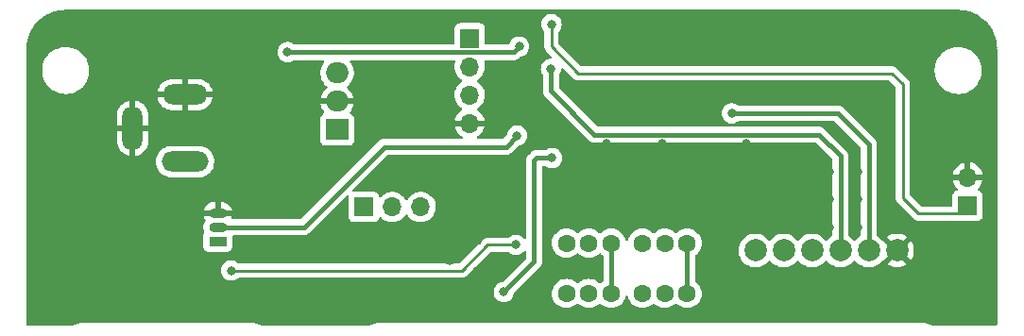
<source format=gbr>
%TF.GenerationSoftware,KiCad,Pcbnew,(6.0.0)*%
%TF.CreationDate,2022-05-15T20:33:26+08:00*%
%TF.ProjectId,Solder-Reflow-Plate-ESP32,536f6c64-6572-42d5-9265-666c6f772d50,rev?*%
%TF.SameCoordinates,Original*%
%TF.FileFunction,Copper,L2,Bot*%
%TF.FilePolarity,Positive*%
%FSLAX46Y46*%
G04 Gerber Fmt 4.6, Leading zero omitted, Abs format (unit mm)*
G04 Created by KiCad (PCBNEW (6.0.0)) date 2022-05-15 20:33:26*
%MOMM*%
%LPD*%
G01*
G04 APERTURE LIST*
%TA.AperFunction,ComponentPad*%
%ADD10R,1.700000X1.700000*%
%TD*%
%TA.AperFunction,ComponentPad*%
%ADD11O,1.700000X1.700000*%
%TD*%
%TA.AperFunction,ComponentPad*%
%ADD12O,4.200000X1.800000*%
%TD*%
%TA.AperFunction,ComponentPad*%
%ADD13O,4.000000X1.800000*%
%TD*%
%TA.AperFunction,ComponentPad*%
%ADD14O,1.800000X4.000000*%
%TD*%
%TA.AperFunction,ComponentPad*%
%ADD15R,1.600000X0.900000*%
%TD*%
%TA.AperFunction,ComponentPad*%
%ADD16O,1.600000X0.900000*%
%TD*%
%TA.AperFunction,ComponentPad*%
%ADD17R,2.000000X1.905000*%
%TD*%
%TA.AperFunction,ComponentPad*%
%ADD18O,2.000000X1.905000*%
%TD*%
%TA.AperFunction,ComponentPad*%
%ADD19C,2.000000*%
%TD*%
%TA.AperFunction,ComponentPad*%
%ADD20C,1.600000*%
%TD*%
%TA.AperFunction,ViaPad*%
%ADD21C,0.800000*%
%TD*%
%TA.AperFunction,ViaPad*%
%ADD22C,1.000000*%
%TD*%
%TA.AperFunction,Conductor*%
%ADD23C,0.250000*%
%TD*%
%TA.AperFunction,Conductor*%
%ADD24C,0.400000*%
%TD*%
G04 APERTURE END LIST*
D10*
%TO.P,J3,1,Pin_1*%
%TO.N,TempData2*%
X174850000Y-73075000D03*
D11*
%TO.P,J3,2,Pin_2*%
%TO.N,GND*%
X174850000Y-70535000D03*
%TD*%
D10*
%TO.P,J2,1,Pin_1*%
%TO.N,unconnected-(J2-Pad1)*%
X120750000Y-73200000D03*
D11*
%TO.P,J2,2,Pin_2*%
%TO.N,Net-(C11-Pad1)*%
X123290000Y-73200000D03*
%TO.P,J2,3,Pin_3*%
%TO.N,+3V3*%
X125830000Y-73200000D03*
%TD*%
D12*
%TO.P,DC1,1,1*%
%TO.N,Element*%
X104712500Y-69127500D03*
D13*
%TO.P,DC1,2,2*%
%TO.N,GND*%
X104712500Y-63127500D03*
D14*
%TO.P,DC1,3,3*%
X100012500Y-66127500D03*
%TD*%
D15*
%TO.P,U3,1,VDD*%
%TO.N,+3V3*%
X107650000Y-76270000D03*
D16*
%TO.P,U3,2,VOUT*%
%TO.N,TempData*%
X107650000Y-75000000D03*
%TO.P,U3,3,GND*%
%TO.N,GND*%
X107650000Y-73730000D03*
%TD*%
D17*
%TO.P,U1,1,VI*%
%TO.N,VCC*%
X118345000Y-66240000D03*
D18*
%TO.P,U1,2,GND*%
%TO.N,GND*%
X118345000Y-63700000D03*
%TO.P,U1,3,VO*%
%TO.N,+5V*%
X118345000Y-61160000D03*
%TD*%
D19*
%TO.P,CN1,1,1*%
%TO.N,+3V3*%
X155820000Y-77100000D03*
%TO.P,CN1,2,2*%
%TO.N,RXD*%
X158360000Y-77100000D03*
%TO.P,CN1,3,3*%
%TO.N,TXD*%
X160900000Y-77100000D03*
%TO.P,CN1,4,4*%
%TO.N,CHIP_PU*%
X163440000Y-77100000D03*
%TO.P,CN1,5,5*%
%TO.N,GPIO9*%
X165980000Y-77100000D03*
%TO.P,CN1,6,6*%
%TO.N,GND*%
X168520000Y-77100000D03*
%TD*%
D20*
%TO.P,SW1,1,1*%
%TO.N,+3V3*%
X145700000Y-80950000D03*
%TO.P,SW1,2,2*%
X147700000Y-80950000D03*
%TO.P,SW1,3,3*%
%TO.N,UPSW*%
X149700000Y-80950000D03*
%TO.P,SW1,4,4*%
%TO.N,+3V3*%
X145700000Y-76450000D03*
%TO.P,SW1,5,5*%
X147700000Y-76450000D03*
%TO.P,SW1,6,6*%
%TO.N,UPSW*%
X149700000Y-76450000D03*
%TD*%
%TO.P,SW2,1,1*%
%TO.N,+3V3*%
X138900000Y-80950000D03*
%TO.P,SW2,2,2*%
X140900000Y-80950000D03*
%TO.P,SW2,3,3*%
%TO.N,DNSW*%
X142900000Y-80950000D03*
%TO.P,SW2,4,4*%
%TO.N,+3V3*%
X138900000Y-76450000D03*
%TO.P,SW2,5,5*%
X140900000Y-76450000D03*
%TO.P,SW2,6,6*%
%TO.N,DNSW*%
X142900000Y-76450000D03*
%TD*%
D10*
%TO.P,J1,1,Pin_1*%
%TO.N,SDAOLED*%
X130225000Y-58060000D03*
D11*
%TO.P,J1,2,Pin_2*%
%TO.N,SCKOLED*%
X130225000Y-60600000D03*
%TO.P,J1,3,Pin_3*%
%TO.N,+3V3*%
X130225000Y-63140000D03*
%TO.P,J1,4,Pin_4*%
%TO.N,GND*%
X130225000Y-65680000D03*
%TD*%
D21*
%TO.N,GND*%
X95000000Y-80010000D03*
X100000000Y-79980000D03*
X94990000Y-76970000D03*
X100000000Y-76930000D03*
X105000000Y-76910000D03*
X110000000Y-76900000D03*
%TO.N,+3V3*%
X134350000Y-76600000D03*
X108850000Y-78900000D03*
%TO.N,TempData2*%
X137550000Y-56800000D03*
%TO.N,GND*%
X172500000Y-80000000D03*
X130900000Y-78900000D03*
X162500000Y-82500000D03*
X162500000Y-57500000D03*
X105000000Y-72500000D03*
X95000000Y-82500000D03*
X135000000Y-82500000D03*
D22*
X128400000Y-77900000D03*
D21*
X147500000Y-60000000D03*
X167500000Y-57500000D03*
X115400000Y-71700000D03*
X130000000Y-82500000D03*
X105000000Y-75000000D03*
X165000000Y-57500000D03*
X142500000Y-62500000D03*
X127200000Y-61900000D03*
X155000000Y-62500000D03*
X162500000Y-72500000D03*
X162500000Y-70000000D03*
X172300000Y-82800000D03*
X172500000Y-65000000D03*
X112000000Y-66000000D03*
X167500000Y-75000000D03*
X114900000Y-57500000D03*
X105000000Y-82500000D03*
X172500000Y-77500000D03*
X172500000Y-75000000D03*
X165000000Y-70000000D03*
X114900000Y-56600000D03*
X100000000Y-62500000D03*
X175000000Y-65000000D03*
X132950000Y-62700000D03*
X100000000Y-57500000D03*
X110300000Y-66800000D03*
X100000000Y-75000000D03*
X155500000Y-71300000D03*
X122300000Y-57700000D03*
X165000000Y-65000000D03*
X142500000Y-67500000D03*
X165000000Y-62500000D03*
X110000000Y-82500000D03*
X142500000Y-57500000D03*
X130300000Y-72600000D03*
X153700000Y-71300000D03*
X156800000Y-72600000D03*
X100000000Y-82500000D03*
X105000000Y-57500000D03*
X147500000Y-62500000D03*
X147500000Y-70000000D03*
D22*
X130900000Y-76100000D03*
D21*
X167500000Y-67500000D03*
X123800000Y-57600000D03*
X116500000Y-71700000D03*
X142500000Y-65000000D03*
X162500000Y-75000000D03*
X100000000Y-60000000D03*
D22*
X128400000Y-74600000D03*
D21*
X105000000Y-60000000D03*
X155000000Y-67500000D03*
X147500000Y-67500000D03*
X142500000Y-60000000D03*
X155000000Y-70000000D03*
X132200000Y-77700000D03*
X167500000Y-70000000D03*
X142500000Y-70000000D03*
X157500000Y-82500000D03*
X147500000Y-65000000D03*
X147500000Y-57500000D03*
X167500000Y-65000000D03*
X110400000Y-60500000D03*
X111900000Y-59000000D03*
X151200000Y-82800000D03*
X121400000Y-57700000D03*
X133850000Y-62700000D03*
X93400000Y-65700000D03*
X167500000Y-82500000D03*
X165000000Y-75000000D03*
X173300000Y-82800000D03*
X162500000Y-62500000D03*
X95000000Y-75000000D03*
X165000000Y-72500000D03*
X124700000Y-57600000D03*
X167500000Y-72500000D03*
X175000000Y-67500000D03*
X111000000Y-66000000D03*
X153700000Y-70300000D03*
X167500000Y-60000000D03*
X110000000Y-80000000D03*
X105000000Y-80000000D03*
X131600000Y-73900000D03*
X110000000Y-72500000D03*
X145900000Y-82900000D03*
X127500000Y-82500000D03*
X126300000Y-61900000D03*
X96100000Y-65700000D03*
X133300000Y-74300000D03*
X134200000Y-74300000D03*
X137500000Y-82500000D03*
%TO.N,CHIP_PU*%
X137500000Y-60800000D03*
%TO.N,GPIO9*%
X153700000Y-64800000D03*
%TO.N,Gate*%
X133280000Y-80810000D03*
X137600000Y-68800000D03*
%TO.N,VccDiv*%
X134650000Y-58800000D03*
X113900000Y-59300000D03*
%TO.N,TempData*%
X134470000Y-66800000D03*
%TD*%
D23*
%TO.N,TempData2*%
X174125000Y-73800000D02*
X174850000Y-73075000D01*
X170450000Y-73800000D02*
X174125000Y-73800000D01*
X169050000Y-62200000D02*
X169050000Y-72400000D01*
X169050000Y-72400000D02*
X170450000Y-73800000D01*
X168050000Y-61200000D02*
X169050000Y-62200000D01*
X137550000Y-58800000D02*
X139950000Y-61200000D01*
X137550000Y-56800000D02*
X137550000Y-58800000D01*
X139950000Y-61200000D02*
X168050000Y-61200000D01*
%TO.N,+3V3*%
X131850000Y-76600000D02*
X129550000Y-78900000D01*
X129550000Y-78900000D02*
X108850000Y-78900000D01*
X134350000Y-76600000D02*
X131850000Y-76600000D01*
D24*
%TO.N,TempData*%
X115350000Y-75000000D02*
X107650000Y-75000000D01*
X122550000Y-67800000D02*
X115350000Y-75000000D01*
X133470000Y-67800000D02*
X122550000Y-67800000D01*
X134470000Y-66800000D02*
X133470000Y-67800000D01*
%TO.N,VccDiv*%
X134140489Y-59309511D02*
X134650000Y-58800000D01*
X113909511Y-59309511D02*
X134140489Y-59309511D01*
X113900000Y-59300000D02*
X113909511Y-59309511D01*
%TO.N,CHIP_PU*%
X141400000Y-66700000D02*
X137500000Y-62800000D01*
X163440000Y-77100000D02*
X163440000Y-68640000D01*
X137500000Y-62800000D02*
X137500000Y-60800000D01*
X163440000Y-68640000D02*
X161500000Y-66700000D01*
X161500000Y-66700000D02*
X141400000Y-66700000D01*
%TO.N,GPIO9*%
X153700000Y-64800000D02*
X163200000Y-64800000D01*
X163200000Y-64800000D02*
X165990000Y-67590000D01*
X165990000Y-67590000D02*
X165980000Y-67600000D01*
X165980000Y-67600000D02*
X165980000Y-77100000D01*
%TO.N,UPSW*%
X149700000Y-80950000D02*
X149700000Y-76450000D01*
%TO.N,DNSW*%
X142900000Y-80950000D02*
X142900000Y-76450000D01*
%TO.N,Gate*%
X136000000Y-69000000D02*
X136200000Y-68800000D01*
X136200000Y-68800000D02*
X137600000Y-68800000D01*
X136000000Y-78090000D02*
X136000000Y-69000000D01*
X133280000Y-80810000D02*
X136000000Y-78090000D01*
%TD*%
%TA.AperFunction,Conductor*%
%TO.N,GND*%
G36*
X173970057Y-55509500D02*
G01*
X173984858Y-55511805D01*
X173984861Y-55511805D01*
X173993730Y-55513186D01*
X174013054Y-55510659D01*
X174035570Y-55509747D01*
X174336100Y-55524512D01*
X174348394Y-55525722D01*
X174675139Y-55574191D01*
X174687249Y-55576599D01*
X175007674Y-55656861D01*
X175019507Y-55660451D01*
X175330494Y-55771725D01*
X175341918Y-55776456D01*
X175640523Y-55917685D01*
X175651428Y-55923514D01*
X175934745Y-56093328D01*
X175945026Y-56100198D01*
X176210329Y-56296960D01*
X176219887Y-56304804D01*
X176464630Y-56526626D01*
X176473374Y-56535370D01*
X176695196Y-56780113D01*
X176703040Y-56789671D01*
X176899802Y-57054974D01*
X176906672Y-57065255D01*
X177076486Y-57348572D01*
X177082315Y-57359477D01*
X177223544Y-57658082D01*
X177228275Y-57669506D01*
X177339549Y-57980493D01*
X177343138Y-57992324D01*
X177409724Y-58258148D01*
X177423399Y-58312743D01*
X177425809Y-58324861D01*
X177470486Y-58626045D01*
X177474277Y-58651601D01*
X177475489Y-58663907D01*
X177489890Y-58957062D01*
X177488543Y-58982624D01*
X177488195Y-58984857D01*
X177488195Y-58984861D01*
X177486814Y-58993730D01*
X177487978Y-59002632D01*
X177487978Y-59002635D01*
X177490936Y-59025251D01*
X177492000Y-59041589D01*
X177492000Y-83726995D01*
X177471998Y-83795116D01*
X177418342Y-83841609D01*
X177366000Y-83852995D01*
X171750142Y-83852995D01*
X171694414Y-83840001D01*
X171571399Y-83779337D01*
X171508428Y-83748283D01*
X171445716Y-83726995D01*
X171250668Y-83660785D01*
X171250665Y-83660784D01*
X171246761Y-83659459D01*
X171242722Y-83658656D01*
X171242716Y-83658654D01*
X170979783Y-83606354D01*
X170979780Y-83606354D01*
X170975740Y-83605550D01*
X170971629Y-83605281D01*
X170971625Y-83605280D01*
X170882723Y-83599453D01*
X170732239Y-83589590D01*
X170719597Y-83588116D01*
X170712539Y-83586929D01*
X170706184Y-83586851D01*
X170704859Y-83586835D01*
X170704855Y-83586835D01*
X170700000Y-83586776D01*
X170675715Y-83590254D01*
X170672412Y-83590727D01*
X170654549Y-83592000D01*
X122253207Y-83592000D01*
X122232303Y-83590254D01*
X122221199Y-83588386D01*
X122212539Y-83586929D01*
X122206483Y-83586855D01*
X122204870Y-83586835D01*
X122204865Y-83586835D01*
X122200000Y-83586776D01*
X122195183Y-83587466D01*
X122194585Y-83587505D01*
X122186136Y-83588386D01*
X121928375Y-83605280D01*
X121928371Y-83605281D01*
X121924260Y-83605550D01*
X121920220Y-83606354D01*
X121920217Y-83606354D01*
X121657284Y-83658654D01*
X121657278Y-83658656D01*
X121653239Y-83659459D01*
X121649335Y-83660784D01*
X121649332Y-83660785D01*
X121454284Y-83726995D01*
X121391572Y-83748283D01*
X121387876Y-83750106D01*
X121387868Y-83750109D01*
X121205587Y-83840001D01*
X121149858Y-83852995D01*
X111650142Y-83852995D01*
X111594414Y-83840001D01*
X111471399Y-83779337D01*
X111408428Y-83748283D01*
X111345716Y-83726995D01*
X111150668Y-83660785D01*
X111150665Y-83660784D01*
X111146761Y-83659459D01*
X111142722Y-83658656D01*
X111142716Y-83658654D01*
X110879783Y-83606354D01*
X110879780Y-83606354D01*
X110875740Y-83605550D01*
X110871629Y-83605281D01*
X110871625Y-83605280D01*
X110782723Y-83599453D01*
X110632239Y-83589590D01*
X110619597Y-83588116D01*
X110612539Y-83586929D01*
X110606184Y-83586851D01*
X110604859Y-83586835D01*
X110604855Y-83586835D01*
X110600000Y-83586776D01*
X110575715Y-83590254D01*
X110572412Y-83590727D01*
X110554549Y-83592000D01*
X95653207Y-83592000D01*
X95632303Y-83590254D01*
X95621199Y-83588386D01*
X95612539Y-83586929D01*
X95606483Y-83586855D01*
X95604870Y-83586835D01*
X95604865Y-83586835D01*
X95600000Y-83586776D01*
X95595183Y-83587466D01*
X95594585Y-83587505D01*
X95586136Y-83588386D01*
X95328375Y-83605280D01*
X95328371Y-83605281D01*
X95324260Y-83605550D01*
X95320220Y-83606354D01*
X95320217Y-83606354D01*
X95057284Y-83658654D01*
X95057278Y-83658656D01*
X95053239Y-83659459D01*
X95049335Y-83660784D01*
X95049332Y-83660785D01*
X94854284Y-83726995D01*
X94791572Y-83748283D01*
X94787876Y-83750106D01*
X94787868Y-83750109D01*
X94605587Y-83840001D01*
X94549858Y-83852995D01*
X90634000Y-83852995D01*
X90565879Y-83832993D01*
X90519386Y-83779337D01*
X90508000Y-83726995D01*
X90508000Y-78900000D01*
X107936496Y-78900000D01*
X107956458Y-79089928D01*
X108015473Y-79271556D01*
X108110960Y-79436944D01*
X108115378Y-79441851D01*
X108115379Y-79441852D01*
X108197452Y-79533003D01*
X108238747Y-79578866D01*
X108393248Y-79691118D01*
X108399276Y-79693802D01*
X108399278Y-79693803D01*
X108561681Y-79766109D01*
X108567712Y-79768794D01*
X108635120Y-79783122D01*
X108748056Y-79807128D01*
X108748061Y-79807128D01*
X108754513Y-79808500D01*
X108945487Y-79808500D01*
X108951939Y-79807128D01*
X108951944Y-79807128D01*
X109064880Y-79783122D01*
X109132288Y-79768794D01*
X109138319Y-79766109D01*
X109300722Y-79693803D01*
X109300724Y-79693802D01*
X109306752Y-79691118D01*
X109461253Y-79578866D01*
X109465668Y-79573963D01*
X109470580Y-79569540D01*
X109471705Y-79570789D01*
X109525014Y-79537949D01*
X109558200Y-79533500D01*
X129471233Y-79533500D01*
X129482416Y-79534027D01*
X129489909Y-79535702D01*
X129497835Y-79535453D01*
X129497836Y-79535453D01*
X129557986Y-79533562D01*
X129561945Y-79533500D01*
X129589856Y-79533500D01*
X129593791Y-79533003D01*
X129593856Y-79532995D01*
X129605693Y-79532062D01*
X129637951Y-79531048D01*
X129641970Y-79530922D01*
X129649889Y-79530673D01*
X129669343Y-79525021D01*
X129688700Y-79521013D01*
X129700930Y-79519468D01*
X129700931Y-79519468D01*
X129708797Y-79518474D01*
X129716168Y-79515555D01*
X129716170Y-79515555D01*
X129749912Y-79502196D01*
X129761142Y-79498351D01*
X129795983Y-79488229D01*
X129795984Y-79488229D01*
X129803593Y-79486018D01*
X129810412Y-79481985D01*
X129810417Y-79481983D01*
X129821028Y-79475707D01*
X129838776Y-79467012D01*
X129857617Y-79459552D01*
X129893387Y-79433564D01*
X129903307Y-79427048D01*
X129934535Y-79408580D01*
X129934538Y-79408578D01*
X129941362Y-79404542D01*
X129955683Y-79390221D01*
X129970717Y-79377380D01*
X129980694Y-79370131D01*
X129987107Y-79365472D01*
X130015298Y-79331395D01*
X130023288Y-79322616D01*
X132075499Y-77270405D01*
X132137811Y-77236379D01*
X132164594Y-77233500D01*
X133641800Y-77233500D01*
X133709921Y-77253502D01*
X133729147Y-77269843D01*
X133729420Y-77269540D01*
X133734332Y-77273963D01*
X133738747Y-77278866D01*
X133753781Y-77289789D01*
X133824881Y-77341446D01*
X133893248Y-77391118D01*
X133899276Y-77393802D01*
X133899278Y-77393803D01*
X134058155Y-77464539D01*
X134067712Y-77468794D01*
X134161112Y-77488647D01*
X134248056Y-77507128D01*
X134248061Y-77507128D01*
X134254513Y-77508500D01*
X134445487Y-77508500D01*
X134451939Y-77507128D01*
X134451944Y-77507128D01*
X134538888Y-77488647D01*
X134632288Y-77468794D01*
X134641845Y-77464539D01*
X134800722Y-77393803D01*
X134800724Y-77393802D01*
X134806752Y-77391118D01*
X134961253Y-77278866D01*
X134999509Y-77236379D01*
X135071864Y-77156020D01*
X135132310Y-77118780D01*
X135203294Y-77120132D01*
X135262278Y-77159645D01*
X135290536Y-77224776D01*
X135291500Y-77240330D01*
X135291500Y-77744340D01*
X135271498Y-77812461D01*
X135254595Y-77833435D01*
X133213467Y-79874563D01*
X133150569Y-79908715D01*
X132997712Y-79941206D01*
X132991682Y-79943891D01*
X132991681Y-79943891D01*
X132829278Y-80016197D01*
X132829276Y-80016198D01*
X132823248Y-80018882D01*
X132817907Y-80022762D01*
X132817906Y-80022763D01*
X132788080Y-80044433D01*
X132668747Y-80131134D01*
X132540960Y-80273056D01*
X132445473Y-80438444D01*
X132386458Y-80620072D01*
X132366496Y-80810000D01*
X132386458Y-80999928D01*
X132445473Y-81181556D01*
X132540960Y-81346944D01*
X132668747Y-81488866D01*
X132823248Y-81601118D01*
X132829276Y-81603802D01*
X132829278Y-81603803D01*
X132991681Y-81676109D01*
X132997712Y-81678794D01*
X133091112Y-81698647D01*
X133178056Y-81717128D01*
X133178061Y-81717128D01*
X133184513Y-81718500D01*
X133375487Y-81718500D01*
X133381939Y-81717128D01*
X133381944Y-81717128D01*
X133468888Y-81698647D01*
X133562288Y-81678794D01*
X133568319Y-81676109D01*
X133730722Y-81603803D01*
X133730724Y-81603802D01*
X133736752Y-81601118D01*
X133891253Y-81488866D01*
X134019040Y-81346944D01*
X134114527Y-81181556D01*
X134173542Y-80999928D01*
X134178450Y-80953230D01*
X134179779Y-80950000D01*
X137586502Y-80950000D01*
X137606457Y-81178087D01*
X137607881Y-81183400D01*
X137607881Y-81183402D01*
X137653018Y-81351852D01*
X137665716Y-81399243D01*
X137668039Y-81404224D01*
X137668039Y-81404225D01*
X137760151Y-81601762D01*
X137760154Y-81601767D01*
X137762477Y-81606749D01*
X137893802Y-81794300D01*
X138055700Y-81956198D01*
X138060208Y-81959355D01*
X138060211Y-81959357D01*
X138138389Y-82014098D01*
X138243251Y-82087523D01*
X138248233Y-82089846D01*
X138248238Y-82089849D01*
X138445775Y-82181961D01*
X138450757Y-82184284D01*
X138456065Y-82185706D01*
X138456067Y-82185707D01*
X138666598Y-82242119D01*
X138666600Y-82242119D01*
X138671913Y-82243543D01*
X138900000Y-82263498D01*
X139128087Y-82243543D01*
X139133400Y-82242119D01*
X139133402Y-82242119D01*
X139343933Y-82185707D01*
X139343935Y-82185706D01*
X139349243Y-82184284D01*
X139354225Y-82181961D01*
X139551762Y-82089849D01*
X139551767Y-82089846D01*
X139556749Y-82087523D01*
X139661611Y-82014098D01*
X139739789Y-81959357D01*
X139739792Y-81959355D01*
X139744300Y-81956198D01*
X139810905Y-81889593D01*
X139873217Y-81855567D01*
X139944032Y-81860632D01*
X139989095Y-81889593D01*
X140055700Y-81956198D01*
X140060208Y-81959355D01*
X140060211Y-81959357D01*
X140138389Y-82014098D01*
X140243251Y-82087523D01*
X140248233Y-82089846D01*
X140248238Y-82089849D01*
X140445775Y-82181961D01*
X140450757Y-82184284D01*
X140456065Y-82185706D01*
X140456067Y-82185707D01*
X140666598Y-82242119D01*
X140666600Y-82242119D01*
X140671913Y-82243543D01*
X140900000Y-82263498D01*
X141128087Y-82243543D01*
X141133400Y-82242119D01*
X141133402Y-82242119D01*
X141343933Y-82185707D01*
X141343935Y-82185706D01*
X141349243Y-82184284D01*
X141354225Y-82181961D01*
X141551762Y-82089849D01*
X141551767Y-82089846D01*
X141556749Y-82087523D01*
X141661611Y-82014098D01*
X141739789Y-81959357D01*
X141739792Y-81959355D01*
X141744300Y-81956198D01*
X141810905Y-81889593D01*
X141873217Y-81855567D01*
X141944032Y-81860632D01*
X141989095Y-81889593D01*
X142055700Y-81956198D01*
X142060208Y-81959355D01*
X142060211Y-81959357D01*
X142138389Y-82014098D01*
X142243251Y-82087523D01*
X142248233Y-82089846D01*
X142248238Y-82089849D01*
X142445775Y-82181961D01*
X142450757Y-82184284D01*
X142456065Y-82185706D01*
X142456067Y-82185707D01*
X142666598Y-82242119D01*
X142666600Y-82242119D01*
X142671913Y-82243543D01*
X142900000Y-82263498D01*
X143128087Y-82243543D01*
X143133400Y-82242119D01*
X143133402Y-82242119D01*
X143343933Y-82185707D01*
X143343935Y-82185706D01*
X143349243Y-82184284D01*
X143354225Y-82181961D01*
X143551762Y-82089849D01*
X143551767Y-82089846D01*
X143556749Y-82087523D01*
X143661611Y-82014098D01*
X143739789Y-81959357D01*
X143739792Y-81959355D01*
X143744300Y-81956198D01*
X143906198Y-81794300D01*
X144037523Y-81606749D01*
X144039846Y-81601767D01*
X144039849Y-81601762D01*
X144131961Y-81404225D01*
X144131961Y-81404224D01*
X144134284Y-81399243D01*
X144146983Y-81351852D01*
X144178293Y-81235000D01*
X144215245Y-81174377D01*
X144279106Y-81143356D01*
X144349600Y-81151784D01*
X144404347Y-81196987D01*
X144421707Y-81235000D01*
X144453018Y-81351852D01*
X144465716Y-81399243D01*
X144468039Y-81404224D01*
X144468039Y-81404225D01*
X144560151Y-81601762D01*
X144560154Y-81601767D01*
X144562477Y-81606749D01*
X144693802Y-81794300D01*
X144855700Y-81956198D01*
X144860208Y-81959355D01*
X144860211Y-81959357D01*
X144938389Y-82014098D01*
X145043251Y-82087523D01*
X145048233Y-82089846D01*
X145048238Y-82089849D01*
X145245775Y-82181961D01*
X145250757Y-82184284D01*
X145256065Y-82185706D01*
X145256067Y-82185707D01*
X145466598Y-82242119D01*
X145466600Y-82242119D01*
X145471913Y-82243543D01*
X145700000Y-82263498D01*
X145928087Y-82243543D01*
X145933400Y-82242119D01*
X145933402Y-82242119D01*
X146143933Y-82185707D01*
X146143935Y-82185706D01*
X146149243Y-82184284D01*
X146154225Y-82181961D01*
X146351762Y-82089849D01*
X146351767Y-82089846D01*
X146356749Y-82087523D01*
X146461611Y-82014098D01*
X146539789Y-81959357D01*
X146539792Y-81959355D01*
X146544300Y-81956198D01*
X146610905Y-81889593D01*
X146673217Y-81855567D01*
X146744032Y-81860632D01*
X146789095Y-81889593D01*
X146855700Y-81956198D01*
X146860208Y-81959355D01*
X146860211Y-81959357D01*
X146938389Y-82014098D01*
X147043251Y-82087523D01*
X147048233Y-82089846D01*
X147048238Y-82089849D01*
X147245775Y-82181961D01*
X147250757Y-82184284D01*
X147256065Y-82185706D01*
X147256067Y-82185707D01*
X147466598Y-82242119D01*
X147466600Y-82242119D01*
X147471913Y-82243543D01*
X147700000Y-82263498D01*
X147928087Y-82243543D01*
X147933400Y-82242119D01*
X147933402Y-82242119D01*
X148143933Y-82185707D01*
X148143935Y-82185706D01*
X148149243Y-82184284D01*
X148154225Y-82181961D01*
X148351762Y-82089849D01*
X148351767Y-82089846D01*
X148356749Y-82087523D01*
X148461611Y-82014098D01*
X148539789Y-81959357D01*
X148539792Y-81959355D01*
X148544300Y-81956198D01*
X148610905Y-81889593D01*
X148673217Y-81855567D01*
X148744032Y-81860632D01*
X148789095Y-81889593D01*
X148855700Y-81956198D01*
X148860208Y-81959355D01*
X148860211Y-81959357D01*
X148938389Y-82014098D01*
X149043251Y-82087523D01*
X149048233Y-82089846D01*
X149048238Y-82089849D01*
X149245775Y-82181961D01*
X149250757Y-82184284D01*
X149256065Y-82185706D01*
X149256067Y-82185707D01*
X149466598Y-82242119D01*
X149466600Y-82242119D01*
X149471913Y-82243543D01*
X149700000Y-82263498D01*
X149928087Y-82243543D01*
X149933400Y-82242119D01*
X149933402Y-82242119D01*
X150143933Y-82185707D01*
X150143935Y-82185706D01*
X150149243Y-82184284D01*
X150154225Y-82181961D01*
X150351762Y-82089849D01*
X150351767Y-82089846D01*
X150356749Y-82087523D01*
X150461611Y-82014098D01*
X150539789Y-81959357D01*
X150539792Y-81959355D01*
X150544300Y-81956198D01*
X150706198Y-81794300D01*
X150837523Y-81606749D01*
X150839846Y-81601767D01*
X150839849Y-81601762D01*
X150931961Y-81404225D01*
X150931961Y-81404224D01*
X150934284Y-81399243D01*
X150946983Y-81351852D01*
X150992119Y-81183402D01*
X150992119Y-81183400D01*
X150993543Y-81178087D01*
X151013498Y-80950000D01*
X150993543Y-80721913D01*
X150966255Y-80620072D01*
X150935707Y-80506067D01*
X150935706Y-80506065D01*
X150934284Y-80500757D01*
X150902559Y-80432721D01*
X150839849Y-80298238D01*
X150839846Y-80298233D01*
X150837523Y-80293251D01*
X150706198Y-80105700D01*
X150544300Y-79943802D01*
X150539792Y-79940645D01*
X150539789Y-79940643D01*
X150462229Y-79886335D01*
X150417901Y-79830878D01*
X150408500Y-79783122D01*
X150408500Y-77616878D01*
X150428502Y-77548757D01*
X150462229Y-77513665D01*
X150539789Y-77459357D01*
X150539792Y-77459355D01*
X150544300Y-77456198D01*
X150706198Y-77294300D01*
X150837523Y-77106749D01*
X150839846Y-77101767D01*
X150839849Y-77101762D01*
X150931961Y-76904225D01*
X150931961Y-76904224D01*
X150934284Y-76899243D01*
X150950771Y-76837715D01*
X150992119Y-76683402D01*
X150992119Y-76683400D01*
X150993543Y-76678087D01*
X151013498Y-76450000D01*
X150993543Y-76221913D01*
X150991637Y-76214798D01*
X150935707Y-76006067D01*
X150935706Y-76006065D01*
X150934284Y-76000757D01*
X150926677Y-75984444D01*
X150839849Y-75798238D01*
X150839846Y-75798233D01*
X150837523Y-75793251D01*
X150744037Y-75659740D01*
X150709357Y-75610211D01*
X150709355Y-75610208D01*
X150706198Y-75605700D01*
X150544300Y-75443802D01*
X150539792Y-75440645D01*
X150539789Y-75440643D01*
X150461611Y-75385902D01*
X150356749Y-75312477D01*
X150351767Y-75310154D01*
X150351762Y-75310151D01*
X150154225Y-75218039D01*
X150154224Y-75218039D01*
X150149243Y-75215716D01*
X150143935Y-75214294D01*
X150143933Y-75214293D01*
X149933402Y-75157881D01*
X149933400Y-75157881D01*
X149928087Y-75156457D01*
X149700000Y-75136502D01*
X149471913Y-75156457D01*
X149466600Y-75157881D01*
X149466598Y-75157881D01*
X149256067Y-75214293D01*
X149256065Y-75214294D01*
X149250757Y-75215716D01*
X149245776Y-75218039D01*
X149245775Y-75218039D01*
X149048238Y-75310151D01*
X149048233Y-75310154D01*
X149043251Y-75312477D01*
X148938389Y-75385902D01*
X148860211Y-75440643D01*
X148860208Y-75440645D01*
X148855700Y-75443802D01*
X148789095Y-75510407D01*
X148726783Y-75544433D01*
X148655968Y-75539368D01*
X148610905Y-75510407D01*
X148544300Y-75443802D01*
X148539792Y-75440645D01*
X148539789Y-75440643D01*
X148461611Y-75385902D01*
X148356749Y-75312477D01*
X148351767Y-75310154D01*
X148351762Y-75310151D01*
X148154225Y-75218039D01*
X148154224Y-75218039D01*
X148149243Y-75215716D01*
X148143935Y-75214294D01*
X148143933Y-75214293D01*
X147933402Y-75157881D01*
X147933400Y-75157881D01*
X147928087Y-75156457D01*
X147700000Y-75136502D01*
X147471913Y-75156457D01*
X147466600Y-75157881D01*
X147466598Y-75157881D01*
X147256067Y-75214293D01*
X147256065Y-75214294D01*
X147250757Y-75215716D01*
X147245776Y-75218039D01*
X147245775Y-75218039D01*
X147048238Y-75310151D01*
X147048233Y-75310154D01*
X147043251Y-75312477D01*
X146938389Y-75385902D01*
X146860211Y-75440643D01*
X146860208Y-75440645D01*
X146855700Y-75443802D01*
X146789095Y-75510407D01*
X146726783Y-75544433D01*
X146655968Y-75539368D01*
X146610905Y-75510407D01*
X146544300Y-75443802D01*
X146539792Y-75440645D01*
X146539789Y-75440643D01*
X146461611Y-75385902D01*
X146356749Y-75312477D01*
X146351767Y-75310154D01*
X146351762Y-75310151D01*
X146154225Y-75218039D01*
X146154224Y-75218039D01*
X146149243Y-75215716D01*
X146143935Y-75214294D01*
X146143933Y-75214293D01*
X145933402Y-75157881D01*
X145933400Y-75157881D01*
X145928087Y-75156457D01*
X145700000Y-75136502D01*
X145471913Y-75156457D01*
X145466600Y-75157881D01*
X145466598Y-75157881D01*
X145256067Y-75214293D01*
X145256065Y-75214294D01*
X145250757Y-75215716D01*
X145245776Y-75218039D01*
X145245775Y-75218039D01*
X145048238Y-75310151D01*
X145048233Y-75310154D01*
X145043251Y-75312477D01*
X144938389Y-75385902D01*
X144860211Y-75440643D01*
X144860208Y-75440645D01*
X144855700Y-75443802D01*
X144693802Y-75605700D01*
X144690645Y-75610208D01*
X144690643Y-75610211D01*
X144655963Y-75659740D01*
X144562477Y-75793251D01*
X144560154Y-75798233D01*
X144560151Y-75798238D01*
X144473323Y-75984444D01*
X144465716Y-76000757D01*
X144464294Y-76006065D01*
X144464293Y-76006067D01*
X144421707Y-76165000D01*
X144384755Y-76225623D01*
X144320894Y-76256644D01*
X144250400Y-76248216D01*
X144195653Y-76203013D01*
X144178293Y-76165000D01*
X144135707Y-76006067D01*
X144135706Y-76006065D01*
X144134284Y-76000757D01*
X144126677Y-75984444D01*
X144039849Y-75798238D01*
X144039846Y-75798233D01*
X144037523Y-75793251D01*
X143944037Y-75659740D01*
X143909357Y-75610211D01*
X143909355Y-75610208D01*
X143906198Y-75605700D01*
X143744300Y-75443802D01*
X143739792Y-75440645D01*
X143739789Y-75440643D01*
X143661611Y-75385902D01*
X143556749Y-75312477D01*
X143551767Y-75310154D01*
X143551762Y-75310151D01*
X143354225Y-75218039D01*
X143354224Y-75218039D01*
X143349243Y-75215716D01*
X143343935Y-75214294D01*
X143343933Y-75214293D01*
X143133402Y-75157881D01*
X143133400Y-75157881D01*
X143128087Y-75156457D01*
X142900000Y-75136502D01*
X142671913Y-75156457D01*
X142666600Y-75157881D01*
X142666598Y-75157881D01*
X142456067Y-75214293D01*
X142456065Y-75214294D01*
X142450757Y-75215716D01*
X142445776Y-75218039D01*
X142445775Y-75218039D01*
X142248238Y-75310151D01*
X142248233Y-75310154D01*
X142243251Y-75312477D01*
X142138389Y-75385902D01*
X142060211Y-75440643D01*
X142060208Y-75440645D01*
X142055700Y-75443802D01*
X141989095Y-75510407D01*
X141926783Y-75544433D01*
X141855968Y-75539368D01*
X141810905Y-75510407D01*
X141744300Y-75443802D01*
X141739792Y-75440645D01*
X141739789Y-75440643D01*
X141661611Y-75385902D01*
X141556749Y-75312477D01*
X141551767Y-75310154D01*
X141551762Y-75310151D01*
X141354225Y-75218039D01*
X141354224Y-75218039D01*
X141349243Y-75215716D01*
X141343935Y-75214294D01*
X141343933Y-75214293D01*
X141133402Y-75157881D01*
X141133400Y-75157881D01*
X141128087Y-75156457D01*
X140900000Y-75136502D01*
X140671913Y-75156457D01*
X140666600Y-75157881D01*
X140666598Y-75157881D01*
X140456067Y-75214293D01*
X140456065Y-75214294D01*
X140450757Y-75215716D01*
X140445776Y-75218039D01*
X140445775Y-75218039D01*
X140248238Y-75310151D01*
X140248233Y-75310154D01*
X140243251Y-75312477D01*
X140138389Y-75385902D01*
X140060211Y-75440643D01*
X140060208Y-75440645D01*
X140055700Y-75443802D01*
X139989095Y-75510407D01*
X139926783Y-75544433D01*
X139855968Y-75539368D01*
X139810905Y-75510407D01*
X139744300Y-75443802D01*
X139739792Y-75440645D01*
X139739789Y-75440643D01*
X139661611Y-75385902D01*
X139556749Y-75312477D01*
X139551767Y-75310154D01*
X139551762Y-75310151D01*
X139354225Y-75218039D01*
X139354224Y-75218039D01*
X139349243Y-75215716D01*
X139343935Y-75214294D01*
X139343933Y-75214293D01*
X139133402Y-75157881D01*
X139133400Y-75157881D01*
X139128087Y-75156457D01*
X138900000Y-75136502D01*
X138671913Y-75156457D01*
X138666600Y-75157881D01*
X138666598Y-75157881D01*
X138456067Y-75214293D01*
X138456065Y-75214294D01*
X138450757Y-75215716D01*
X138445776Y-75218039D01*
X138445775Y-75218039D01*
X138248238Y-75310151D01*
X138248233Y-75310154D01*
X138243251Y-75312477D01*
X138138389Y-75385902D01*
X138060211Y-75440643D01*
X138060208Y-75440645D01*
X138055700Y-75443802D01*
X137893802Y-75605700D01*
X137890645Y-75610208D01*
X137890643Y-75610211D01*
X137855963Y-75659740D01*
X137762477Y-75793251D01*
X137760154Y-75798233D01*
X137760151Y-75798238D01*
X137673323Y-75984444D01*
X137665716Y-76000757D01*
X137664294Y-76006065D01*
X137664293Y-76006067D01*
X137608363Y-76214798D01*
X137606457Y-76221913D01*
X137586502Y-76450000D01*
X137606457Y-76678087D01*
X137607881Y-76683400D01*
X137607881Y-76683402D01*
X137649230Y-76837715D01*
X137665716Y-76899243D01*
X137668039Y-76904224D01*
X137668039Y-76904225D01*
X137760151Y-77101762D01*
X137760154Y-77101767D01*
X137762477Y-77106749D01*
X137893802Y-77294300D01*
X138055700Y-77456198D01*
X138060208Y-77459355D01*
X138060211Y-77459357D01*
X138075648Y-77470166D01*
X138243251Y-77587523D01*
X138248233Y-77589846D01*
X138248238Y-77589849D01*
X138306203Y-77616878D01*
X138450757Y-77684284D01*
X138456065Y-77685706D01*
X138456067Y-77685707D01*
X138666598Y-77742119D01*
X138666600Y-77742119D01*
X138671913Y-77743543D01*
X138900000Y-77763498D01*
X139128087Y-77743543D01*
X139133400Y-77742119D01*
X139133402Y-77742119D01*
X139343933Y-77685707D01*
X139343935Y-77685706D01*
X139349243Y-77684284D01*
X139493797Y-77616878D01*
X139551762Y-77589849D01*
X139551767Y-77589846D01*
X139556749Y-77587523D01*
X139724352Y-77470166D01*
X139739789Y-77459357D01*
X139739792Y-77459355D01*
X139744300Y-77456198D01*
X139810905Y-77389593D01*
X139873217Y-77355567D01*
X139944032Y-77360632D01*
X139989095Y-77389593D01*
X140055700Y-77456198D01*
X140060208Y-77459355D01*
X140060211Y-77459357D01*
X140075648Y-77470166D01*
X140243251Y-77587523D01*
X140248233Y-77589846D01*
X140248238Y-77589849D01*
X140306203Y-77616878D01*
X140450757Y-77684284D01*
X140456065Y-77685706D01*
X140456067Y-77685707D01*
X140666598Y-77742119D01*
X140666600Y-77742119D01*
X140671913Y-77743543D01*
X140900000Y-77763498D01*
X141128087Y-77743543D01*
X141133400Y-77742119D01*
X141133402Y-77742119D01*
X141343933Y-77685707D01*
X141343935Y-77685706D01*
X141349243Y-77684284D01*
X141493797Y-77616878D01*
X141551762Y-77589849D01*
X141551767Y-77589846D01*
X141556749Y-77587523D01*
X141724352Y-77470166D01*
X141739789Y-77459357D01*
X141739792Y-77459355D01*
X141744300Y-77456198D01*
X141810905Y-77389593D01*
X141873217Y-77355567D01*
X141944032Y-77360632D01*
X141989095Y-77389593D01*
X142055700Y-77456198D01*
X142060208Y-77459355D01*
X142060211Y-77459357D01*
X142137771Y-77513665D01*
X142182099Y-77569122D01*
X142191500Y-77616878D01*
X142191500Y-79783122D01*
X142171498Y-79851243D01*
X142137771Y-79886335D01*
X142060211Y-79940643D01*
X142060208Y-79940645D01*
X142055700Y-79943802D01*
X141989095Y-80010407D01*
X141926783Y-80044433D01*
X141855968Y-80039368D01*
X141810905Y-80010407D01*
X141744300Y-79943802D01*
X141739792Y-79940645D01*
X141739789Y-79940643D01*
X141612112Y-79851243D01*
X141556749Y-79812477D01*
X141551767Y-79810154D01*
X141551762Y-79810151D01*
X141354225Y-79718039D01*
X141354224Y-79718039D01*
X141349243Y-79715716D01*
X141343935Y-79714294D01*
X141343933Y-79714293D01*
X141133402Y-79657881D01*
X141133400Y-79657881D01*
X141128087Y-79656457D01*
X140900000Y-79636502D01*
X140671913Y-79656457D01*
X140666600Y-79657881D01*
X140666598Y-79657881D01*
X140456067Y-79714293D01*
X140456065Y-79714294D01*
X140450757Y-79715716D01*
X140445776Y-79718039D01*
X140445775Y-79718039D01*
X140248238Y-79810151D01*
X140248233Y-79810154D01*
X140243251Y-79812477D01*
X140187888Y-79851243D01*
X140060211Y-79940643D01*
X140060208Y-79940645D01*
X140055700Y-79943802D01*
X139989095Y-80010407D01*
X139926783Y-80044433D01*
X139855968Y-80039368D01*
X139810905Y-80010407D01*
X139744300Y-79943802D01*
X139739792Y-79940645D01*
X139739789Y-79940643D01*
X139612112Y-79851243D01*
X139556749Y-79812477D01*
X139551767Y-79810154D01*
X139551762Y-79810151D01*
X139354225Y-79718039D01*
X139354224Y-79718039D01*
X139349243Y-79715716D01*
X139343935Y-79714294D01*
X139343933Y-79714293D01*
X139133402Y-79657881D01*
X139133400Y-79657881D01*
X139128087Y-79656457D01*
X138900000Y-79636502D01*
X138671913Y-79656457D01*
X138666600Y-79657881D01*
X138666598Y-79657881D01*
X138456067Y-79714293D01*
X138456065Y-79714294D01*
X138450757Y-79715716D01*
X138445776Y-79718039D01*
X138445775Y-79718039D01*
X138248238Y-79810151D01*
X138248233Y-79810154D01*
X138243251Y-79812477D01*
X138187888Y-79851243D01*
X138060211Y-79940643D01*
X138060208Y-79940645D01*
X138055700Y-79943802D01*
X137893802Y-80105700D01*
X137762477Y-80293251D01*
X137760154Y-80298233D01*
X137760151Y-80298238D01*
X137697441Y-80432721D01*
X137665716Y-80500757D01*
X137664294Y-80506065D01*
X137664293Y-80506067D01*
X137633745Y-80620072D01*
X137606457Y-80721913D01*
X137586502Y-80950000D01*
X134179779Y-80950000D01*
X134205463Y-80887573D01*
X134214665Y-80877305D01*
X136480520Y-78611450D01*
X136486785Y-78605596D01*
X136487238Y-78605201D01*
X136530385Y-78567561D01*
X136567129Y-78515280D01*
X136571061Y-78509986D01*
X136605791Y-78465693D01*
X136610476Y-78459718D01*
X136613599Y-78452802D01*
X136614983Y-78450516D01*
X136623357Y-78435835D01*
X136624622Y-78433475D01*
X136628990Y-78427261D01*
X136652203Y-78367723D01*
X136654759Y-78361642D01*
X136663372Y-78342568D01*
X136681045Y-78303427D01*
X136682429Y-78295960D01*
X136683230Y-78293405D01*
X136687859Y-78277152D01*
X136688522Y-78274572D01*
X136691282Y-78267491D01*
X136699622Y-78204139D01*
X136700653Y-78197632D01*
X136710912Y-78142280D01*
X136712296Y-78134814D01*
X136711025Y-78112763D01*
X136708709Y-78072608D01*
X136708500Y-78065354D01*
X136708500Y-69634500D01*
X136728502Y-69566379D01*
X136782158Y-69519886D01*
X136834500Y-69508500D01*
X136988595Y-69508500D01*
X137056716Y-69528502D01*
X137062656Y-69532564D01*
X137143248Y-69591118D01*
X137149276Y-69593802D01*
X137149278Y-69593803D01*
X137311681Y-69666109D01*
X137317712Y-69668794D01*
X137378557Y-69681727D01*
X137498056Y-69707128D01*
X137498061Y-69707128D01*
X137504513Y-69708500D01*
X137695487Y-69708500D01*
X137701939Y-69707128D01*
X137701944Y-69707128D01*
X137821443Y-69681727D01*
X137882288Y-69668794D01*
X137888319Y-69666109D01*
X138050722Y-69593803D01*
X138050724Y-69593802D01*
X138056752Y-69591118D01*
X138211253Y-69478866D01*
X138249714Y-69436151D01*
X138334621Y-69341852D01*
X138334622Y-69341851D01*
X138339040Y-69336944D01*
X138406564Y-69219989D01*
X138431223Y-69177279D01*
X138431224Y-69177278D01*
X138434527Y-69171556D01*
X138493542Y-68989928D01*
X138496806Y-68958878D01*
X138512814Y-68806565D01*
X138513504Y-68800000D01*
X138499276Y-68664625D01*
X138494232Y-68616635D01*
X138494232Y-68616633D01*
X138493542Y-68610072D01*
X138434527Y-68428444D01*
X138339040Y-68263056D01*
X138273538Y-68190308D01*
X138215675Y-68126045D01*
X138215674Y-68126044D01*
X138211253Y-68121134D01*
X138085151Y-68029515D01*
X138062094Y-68012763D01*
X138062093Y-68012762D01*
X138056752Y-68008882D01*
X138050724Y-68006198D01*
X138050722Y-68006197D01*
X137888319Y-67933891D01*
X137888318Y-67933891D01*
X137882288Y-67931206D01*
X137781878Y-67909863D01*
X137701944Y-67892872D01*
X137701939Y-67892872D01*
X137695487Y-67891500D01*
X137504513Y-67891500D01*
X137498061Y-67892872D01*
X137498056Y-67892872D01*
X137418122Y-67909863D01*
X137317712Y-67931206D01*
X137311682Y-67933891D01*
X137311681Y-67933891D01*
X137149278Y-68006197D01*
X137149276Y-68006198D01*
X137143248Y-68008882D01*
X137137907Y-68012762D01*
X137137906Y-68012763D01*
X137062656Y-68067436D01*
X136995789Y-68091294D01*
X136988595Y-68091500D01*
X136228927Y-68091500D01*
X136220358Y-68091208D01*
X136170225Y-68087790D01*
X136170221Y-68087790D01*
X136162648Y-68087274D01*
X136099681Y-68098264D01*
X136093169Y-68099224D01*
X136029758Y-68106898D01*
X136022657Y-68109581D01*
X136020048Y-68110222D01*
X136003715Y-68114691D01*
X136001195Y-68115452D01*
X135993717Y-68116757D01*
X135986765Y-68119809D01*
X135986764Y-68119809D01*
X135935204Y-68142441D01*
X135929099Y-68144932D01*
X135876456Y-68164825D01*
X135876452Y-68164827D01*
X135869344Y-68167513D01*
X135863083Y-68171816D01*
X135860717Y-68173053D01*
X135845937Y-68181280D01*
X135843652Y-68182631D01*
X135836695Y-68185685D01*
X135830675Y-68190305D01*
X135830669Y-68190308D01*
X135806926Y-68208528D01*
X135785998Y-68224587D01*
X135780668Y-68228459D01*
X135734280Y-68260339D01*
X135734275Y-68260344D01*
X135728019Y-68264643D01*
X135722968Y-68270313D01*
X135722966Y-68270314D01*
X135686565Y-68311170D01*
X135681584Y-68316446D01*
X135519480Y-68478550D01*
X135513215Y-68484404D01*
X135469615Y-68522439D01*
X135465248Y-68528653D01*
X135432872Y-68574719D01*
X135428939Y-68580014D01*
X135389524Y-68630282D01*
X135386401Y-68637198D01*
X135385017Y-68639484D01*
X135376643Y-68654165D01*
X135375378Y-68656525D01*
X135371010Y-68662739D01*
X135368250Y-68669818D01*
X135368249Y-68669820D01*
X135347798Y-68722275D01*
X135345247Y-68728344D01*
X135318955Y-68786573D01*
X135317571Y-68794040D01*
X135316770Y-68796595D01*
X135312141Y-68812848D01*
X135311478Y-68815428D01*
X135308718Y-68822509D01*
X135307727Y-68830040D01*
X135307726Y-68830042D01*
X135300379Y-68885852D01*
X135299348Y-68892359D01*
X135287704Y-68955186D01*
X135288141Y-68962766D01*
X135288141Y-68962767D01*
X135291291Y-69017392D01*
X135291500Y-69024646D01*
X135291500Y-75959670D01*
X135271498Y-76027791D01*
X135217842Y-76074284D01*
X135147568Y-76084388D01*
X135082988Y-76054894D01*
X135071864Y-76043980D01*
X134965675Y-75926045D01*
X134965674Y-75926044D01*
X134961253Y-75921134D01*
X134806752Y-75808882D01*
X134800724Y-75806198D01*
X134800722Y-75806197D01*
X134638319Y-75733891D01*
X134638318Y-75733891D01*
X134632288Y-75731206D01*
X134526839Y-75708792D01*
X134451944Y-75692872D01*
X134451939Y-75692872D01*
X134445487Y-75691500D01*
X134254513Y-75691500D01*
X134248061Y-75692872D01*
X134248056Y-75692872D01*
X134173161Y-75708792D01*
X134067712Y-75731206D01*
X134061682Y-75733891D01*
X134061681Y-75733891D01*
X133899278Y-75806197D01*
X133899276Y-75806198D01*
X133893248Y-75808882D01*
X133887907Y-75812762D01*
X133887906Y-75812763D01*
X133812031Y-75867890D01*
X133738747Y-75921134D01*
X133734332Y-75926037D01*
X133729420Y-75930460D01*
X133728295Y-75929211D01*
X133674986Y-75962051D01*
X133641800Y-75966500D01*
X131928767Y-75966500D01*
X131917584Y-75965973D01*
X131910091Y-75964298D01*
X131902165Y-75964547D01*
X131902164Y-75964547D01*
X131842014Y-75966438D01*
X131838055Y-75966500D01*
X131810144Y-75966500D01*
X131806210Y-75966997D01*
X131806209Y-75966997D01*
X131806144Y-75967005D01*
X131794307Y-75967938D01*
X131762490Y-75968938D01*
X131758029Y-75969078D01*
X131750110Y-75969327D01*
X131732454Y-75974456D01*
X131730658Y-75974978D01*
X131711306Y-75978986D01*
X131704235Y-75979880D01*
X131691203Y-75981526D01*
X131683834Y-75984443D01*
X131683832Y-75984444D01*
X131650097Y-75997800D01*
X131638869Y-76001645D01*
X131596407Y-76013982D01*
X131589585Y-76018016D01*
X131589579Y-76018019D01*
X131578968Y-76024294D01*
X131561218Y-76032990D01*
X131549756Y-76037528D01*
X131549751Y-76037531D01*
X131542383Y-76040448D01*
X131535968Y-76045109D01*
X131506625Y-76066427D01*
X131496707Y-76072943D01*
X131494440Y-76074284D01*
X131458637Y-76095458D01*
X131444313Y-76109782D01*
X131429281Y-76122621D01*
X131412893Y-76134528D01*
X131398393Y-76152056D01*
X131384712Y-76168593D01*
X131376722Y-76177373D01*
X129324500Y-78229595D01*
X129262188Y-78263621D01*
X129235405Y-78266500D01*
X109558200Y-78266500D01*
X109490079Y-78246498D01*
X109470853Y-78230157D01*
X109470580Y-78230460D01*
X109465668Y-78226037D01*
X109461253Y-78221134D01*
X109306752Y-78108882D01*
X109300724Y-78106198D01*
X109300722Y-78106197D01*
X109138319Y-78033891D01*
X109138318Y-78033891D01*
X109132288Y-78031206D01*
X109028448Y-78009134D01*
X108951944Y-77992872D01*
X108951939Y-77992872D01*
X108945487Y-77991500D01*
X108754513Y-77991500D01*
X108748061Y-77992872D01*
X108748056Y-77992872D01*
X108671552Y-78009134D01*
X108567712Y-78031206D01*
X108561682Y-78033891D01*
X108561681Y-78033891D01*
X108399278Y-78106197D01*
X108399276Y-78106198D01*
X108393248Y-78108882D01*
X108238747Y-78221134D01*
X108234326Y-78226044D01*
X108234325Y-78226045D01*
X108131432Y-78340320D01*
X108110960Y-78363056D01*
X108015473Y-78528444D01*
X107956458Y-78710072D01*
X107936496Y-78900000D01*
X90508000Y-78900000D01*
X90508000Y-75047064D01*
X106337707Y-75047064D01*
X106366825Y-75239599D01*
X106369028Y-75245585D01*
X106369029Y-75245591D01*
X106434063Y-75422346D01*
X106432835Y-75422798D01*
X106443561Y-75485982D01*
X106419256Y-75546781D01*
X106399385Y-75573295D01*
X106348255Y-75709684D01*
X106341500Y-75771866D01*
X106341500Y-76768134D01*
X106348255Y-76830316D01*
X106399385Y-76966705D01*
X106486739Y-77083261D01*
X106603295Y-77170615D01*
X106739684Y-77221745D01*
X106801866Y-77228500D01*
X108498134Y-77228500D01*
X108560316Y-77221745D01*
X108696705Y-77170615D01*
X108813261Y-77083261D01*
X108900615Y-76966705D01*
X108951745Y-76830316D01*
X108958500Y-76768134D01*
X108958500Y-75834500D01*
X108978502Y-75766379D01*
X109032158Y-75719886D01*
X109084500Y-75708500D01*
X115321088Y-75708500D01*
X115329658Y-75708792D01*
X115379776Y-75712209D01*
X115379780Y-75712209D01*
X115387352Y-75712725D01*
X115394829Y-75711420D01*
X115394830Y-75711420D01*
X115447171Y-75702285D01*
X115450303Y-75701738D01*
X115456821Y-75700777D01*
X115520242Y-75693102D01*
X115527343Y-75690419D01*
X115529952Y-75689778D01*
X115546262Y-75685315D01*
X115548798Y-75684550D01*
X115556284Y-75683243D01*
X115614800Y-75657556D01*
X115620904Y-75655065D01*
X115673548Y-75635173D01*
X115673549Y-75635172D01*
X115680656Y-75632487D01*
X115686919Y-75628183D01*
X115689285Y-75626946D01*
X115704097Y-75618701D01*
X115706351Y-75617368D01*
X115713305Y-75614315D01*
X115764002Y-75575413D01*
X115769332Y-75571541D01*
X115815720Y-75539661D01*
X115815725Y-75539656D01*
X115821981Y-75535357D01*
X115863436Y-75488829D01*
X115868416Y-75483554D01*
X119180108Y-72171862D01*
X119242420Y-72137836D01*
X119313235Y-72142901D01*
X119370071Y-72185448D01*
X119394882Y-72251968D01*
X119394466Y-72274562D01*
X119391500Y-72301866D01*
X119391500Y-74098134D01*
X119398255Y-74160316D01*
X119449385Y-74296705D01*
X119536739Y-74413261D01*
X119653295Y-74500615D01*
X119789684Y-74551745D01*
X119851866Y-74558500D01*
X121648134Y-74558500D01*
X121710316Y-74551745D01*
X121846705Y-74500615D01*
X121963261Y-74413261D01*
X122050615Y-74296705D01*
X122060372Y-74270678D01*
X122094598Y-74179382D01*
X122137240Y-74122618D01*
X122203802Y-74097918D01*
X122273150Y-74113126D01*
X122307817Y-74141114D01*
X122336250Y-74173938D01*
X122508126Y-74316632D01*
X122701000Y-74429338D01*
X122705825Y-74431180D01*
X122705826Y-74431181D01*
X122738084Y-74443499D01*
X122909692Y-74509030D01*
X122914760Y-74510061D01*
X122914763Y-74510062D01*
X123022017Y-74531883D01*
X123128597Y-74553567D01*
X123133772Y-74553757D01*
X123133774Y-74553757D01*
X123346673Y-74561564D01*
X123346677Y-74561564D01*
X123351837Y-74561753D01*
X123356957Y-74561097D01*
X123356959Y-74561097D01*
X123568288Y-74534025D01*
X123568289Y-74534025D01*
X123573416Y-74533368D01*
X123578366Y-74531883D01*
X123782429Y-74470661D01*
X123782434Y-74470659D01*
X123787384Y-74469174D01*
X123987994Y-74370896D01*
X124169860Y-74241173D01*
X124212685Y-74198498D01*
X124288830Y-74122618D01*
X124328096Y-74083489D01*
X124345348Y-74059481D01*
X124458453Y-73902077D01*
X124459776Y-73903028D01*
X124506645Y-73859857D01*
X124576580Y-73847625D01*
X124642026Y-73875144D01*
X124669875Y-73906994D01*
X124729987Y-74005088D01*
X124876250Y-74173938D01*
X125048126Y-74316632D01*
X125241000Y-74429338D01*
X125245825Y-74431180D01*
X125245826Y-74431181D01*
X125278084Y-74443499D01*
X125449692Y-74509030D01*
X125454760Y-74510061D01*
X125454763Y-74510062D01*
X125562017Y-74531883D01*
X125668597Y-74553567D01*
X125673772Y-74553757D01*
X125673774Y-74553757D01*
X125886673Y-74561564D01*
X125886677Y-74561564D01*
X125891837Y-74561753D01*
X125896957Y-74561097D01*
X125896959Y-74561097D01*
X126108288Y-74534025D01*
X126108289Y-74534025D01*
X126113416Y-74533368D01*
X126118366Y-74531883D01*
X126322429Y-74470661D01*
X126322434Y-74470659D01*
X126327384Y-74469174D01*
X126527994Y-74370896D01*
X126709860Y-74241173D01*
X126752685Y-74198498D01*
X126828830Y-74122618D01*
X126868096Y-74083489D01*
X126885348Y-74059481D01*
X126995435Y-73906277D01*
X126998453Y-73902077D01*
X127019320Y-73859857D01*
X127095136Y-73706453D01*
X127095137Y-73706451D01*
X127097430Y-73701811D01*
X127162370Y-73488069D01*
X127191529Y-73266590D01*
X127191611Y-73263240D01*
X127193074Y-73203365D01*
X127193074Y-73203361D01*
X127193156Y-73200000D01*
X127174852Y-72977361D01*
X127120431Y-72760702D01*
X127031354Y-72555840D01*
X126910014Y-72368277D01*
X126759670Y-72203051D01*
X126755619Y-72199852D01*
X126755615Y-72199848D01*
X126588414Y-72067800D01*
X126588410Y-72067798D01*
X126584359Y-72064598D01*
X126388789Y-71956638D01*
X126383920Y-71954914D01*
X126383916Y-71954912D01*
X126183087Y-71883795D01*
X126183083Y-71883794D01*
X126178212Y-71882069D01*
X126173119Y-71881162D01*
X126173116Y-71881161D01*
X125963373Y-71843800D01*
X125963367Y-71843799D01*
X125958284Y-71842894D01*
X125884452Y-71841992D01*
X125740081Y-71840228D01*
X125740079Y-71840228D01*
X125734911Y-71840165D01*
X125514091Y-71873955D01*
X125301756Y-71943357D01*
X125103607Y-72046507D01*
X125099474Y-72049610D01*
X125099471Y-72049612D01*
X124929100Y-72177530D01*
X124924965Y-72180635D01*
X124921393Y-72184373D01*
X124779273Y-72333093D01*
X124770629Y-72342138D01*
X124663201Y-72499621D01*
X124608293Y-72544621D01*
X124537768Y-72552792D01*
X124474021Y-72521538D01*
X124453324Y-72497054D01*
X124372822Y-72372617D01*
X124372820Y-72372614D01*
X124370014Y-72368277D01*
X124219670Y-72203051D01*
X124215619Y-72199852D01*
X124215615Y-72199848D01*
X124048414Y-72067800D01*
X124048410Y-72067798D01*
X124044359Y-72064598D01*
X123848789Y-71956638D01*
X123843920Y-71954914D01*
X123843916Y-71954912D01*
X123643087Y-71883795D01*
X123643083Y-71883794D01*
X123638212Y-71882069D01*
X123633119Y-71881162D01*
X123633116Y-71881161D01*
X123423373Y-71843800D01*
X123423367Y-71843799D01*
X123418284Y-71842894D01*
X123344452Y-71841992D01*
X123200081Y-71840228D01*
X123200079Y-71840228D01*
X123194911Y-71840165D01*
X122974091Y-71873955D01*
X122761756Y-71943357D01*
X122563607Y-72046507D01*
X122559474Y-72049610D01*
X122559471Y-72049612D01*
X122389100Y-72177530D01*
X122384965Y-72180635D01*
X122328537Y-72239684D01*
X122304283Y-72265064D01*
X122242759Y-72300494D01*
X122171846Y-72297037D01*
X122114060Y-72255791D01*
X122095207Y-72222243D01*
X122053767Y-72111703D01*
X122050615Y-72103295D01*
X121963261Y-71986739D01*
X121846705Y-71899385D01*
X121710316Y-71848255D01*
X121648134Y-71841500D01*
X119851866Y-71841500D01*
X119824565Y-71844466D01*
X119754683Y-71831938D01*
X119702667Y-71783618D01*
X119685032Y-71714846D01*
X119707378Y-71647458D01*
X119721862Y-71630108D01*
X122806565Y-68545405D01*
X122868877Y-68511379D01*
X122895660Y-68508500D01*
X133441088Y-68508500D01*
X133449658Y-68508792D01*
X133499776Y-68512209D01*
X133499780Y-68512209D01*
X133507352Y-68512725D01*
X133514829Y-68511420D01*
X133514830Y-68511420D01*
X133557711Y-68503936D01*
X133570303Y-68501738D01*
X133576821Y-68500777D01*
X133640242Y-68493102D01*
X133647343Y-68490419D01*
X133649952Y-68489778D01*
X133666262Y-68485315D01*
X133668798Y-68484550D01*
X133676284Y-68483243D01*
X133734800Y-68457556D01*
X133740904Y-68455065D01*
X133793548Y-68435173D01*
X133793549Y-68435172D01*
X133800656Y-68432487D01*
X133806919Y-68428183D01*
X133809285Y-68426946D01*
X133824097Y-68418701D01*
X133826351Y-68417368D01*
X133833305Y-68414315D01*
X133884002Y-68375413D01*
X133889332Y-68371541D01*
X133935720Y-68339661D01*
X133935725Y-68339656D01*
X133941981Y-68335357D01*
X133983436Y-68288829D01*
X133988416Y-68283554D01*
X134536533Y-67735437D01*
X134599431Y-67701285D01*
X134632551Y-67694245D01*
X134752288Y-67668794D01*
X134802885Y-67646267D01*
X134920722Y-67593803D01*
X134920724Y-67593802D01*
X134926752Y-67591118D01*
X134934053Y-67585814D01*
X135040571Y-67508423D01*
X135081253Y-67478866D01*
X135110494Y-67446391D01*
X135204621Y-67341852D01*
X135204622Y-67341851D01*
X135209040Y-67336944D01*
X135304527Y-67171556D01*
X135363542Y-66989928D01*
X135383504Y-66800000D01*
X135363542Y-66610072D01*
X135304527Y-66428444D01*
X135280034Y-66386020D01*
X135212341Y-66268774D01*
X135209040Y-66263056D01*
X135130059Y-66175338D01*
X135085675Y-66126045D01*
X135085674Y-66126044D01*
X135081253Y-66121134D01*
X134926752Y-66008882D01*
X134920724Y-66006198D01*
X134920722Y-66006197D01*
X134758319Y-65933891D01*
X134758318Y-65933891D01*
X134752288Y-65931206D01*
X134658888Y-65911353D01*
X134571944Y-65892872D01*
X134571939Y-65892872D01*
X134565487Y-65891500D01*
X134374513Y-65891500D01*
X134368061Y-65892872D01*
X134368056Y-65892872D01*
X134281112Y-65911353D01*
X134187712Y-65931206D01*
X134181682Y-65933891D01*
X134181681Y-65933891D01*
X134019278Y-66006197D01*
X134019276Y-66006198D01*
X134013248Y-66008882D01*
X133858747Y-66121134D01*
X133854326Y-66126044D01*
X133854325Y-66126045D01*
X133809942Y-66175338D01*
X133730960Y-66263056D01*
X133727659Y-66268774D01*
X133659967Y-66386020D01*
X133635473Y-66428444D01*
X133576458Y-66610072D01*
X133575768Y-66616635D01*
X133575768Y-66616637D01*
X133571550Y-66656768D01*
X133544537Y-66722425D01*
X133535336Y-66732693D01*
X133213435Y-67054595D01*
X133151122Y-67088620D01*
X133124339Y-67091500D01*
X130974324Y-67091500D01*
X130906203Y-67071498D01*
X130859710Y-67017842D01*
X130849606Y-66947568D01*
X130879100Y-66882988D01*
X130914060Y-66856070D01*
X130913653Y-66855387D01*
X130926945Y-66847464D01*
X131100328Y-66723792D01*
X131108200Y-66717139D01*
X131259052Y-66566812D01*
X131265730Y-66558965D01*
X131390003Y-66386020D01*
X131395313Y-66377183D01*
X131489670Y-66186267D01*
X131493469Y-66176672D01*
X131555377Y-65972910D01*
X131557555Y-65962837D01*
X131558986Y-65951962D01*
X131556775Y-65937778D01*
X131543617Y-65934000D01*
X128908225Y-65934000D01*
X128894694Y-65937973D01*
X128893257Y-65947966D01*
X128923565Y-66082446D01*
X128926645Y-66092275D01*
X129006770Y-66289603D01*
X129011413Y-66298794D01*
X129122694Y-66480388D01*
X129128777Y-66488699D01*
X129268213Y-66649667D01*
X129275580Y-66656883D01*
X129439434Y-66792916D01*
X129447881Y-66798831D01*
X129546932Y-66856712D01*
X129595656Y-66908351D01*
X129608727Y-66978134D01*
X129581996Y-67043906D01*
X129523949Y-67084784D01*
X129483362Y-67091500D01*
X122578927Y-67091500D01*
X122570358Y-67091208D01*
X122520225Y-67087790D01*
X122520221Y-67087790D01*
X122512648Y-67087274D01*
X122449681Y-67098264D01*
X122443169Y-67099224D01*
X122379758Y-67106898D01*
X122372657Y-67109581D01*
X122370048Y-67110222D01*
X122353728Y-67114687D01*
X122351195Y-67115452D01*
X122343717Y-67116757D01*
X122285190Y-67142448D01*
X122279108Y-67144930D01*
X122273184Y-67147169D01*
X122226449Y-67164828D01*
X122226447Y-67164829D01*
X122219344Y-67167513D01*
X122213085Y-67171814D01*
X122210720Y-67173051D01*
X122195948Y-67181273D01*
X122193656Y-67182628D01*
X122186695Y-67185684D01*
X122180668Y-67190309D01*
X122180664Y-67190311D01*
X122135987Y-67224593D01*
X122130662Y-67228462D01*
X122102035Y-67248137D01*
X122088948Y-67257132D01*
X122078019Y-67264643D01*
X122072967Y-67270313D01*
X122072966Y-67270314D01*
X122036573Y-67311161D01*
X122031592Y-67316437D01*
X118555057Y-70792973D01*
X115093435Y-74254595D01*
X115031123Y-74288621D01*
X115004340Y-74291500D01*
X108993845Y-74291500D01*
X108925724Y-74271498D01*
X108879231Y-74217842D01*
X108869127Y-74147568D01*
X108880790Y-74109870D01*
X108899732Y-74071375D01*
X108904155Y-74059481D01*
X108919251Y-74001530D01*
X108918817Y-73987436D01*
X108910636Y-73984000D01*
X106390771Y-73984000D01*
X106377240Y-73987973D01*
X106376363Y-73994075D01*
X106432310Y-74146136D01*
X106437877Y-74157549D01*
X106526124Y-74299877D01*
X106545022Y-74368313D01*
X106523920Y-74436101D01*
X106518598Y-74443499D01*
X106486866Y-74484408D01*
X106486861Y-74484417D01*
X106482954Y-74489453D01*
X106396982Y-74664171D01*
X106347898Y-74852607D01*
X106337707Y-75047064D01*
X90508000Y-75047064D01*
X90508000Y-73458470D01*
X106380749Y-73458470D01*
X106381183Y-73472564D01*
X106389364Y-73476000D01*
X107377885Y-73476000D01*
X107393124Y-73471525D01*
X107394329Y-73470135D01*
X107396000Y-73462452D01*
X107396000Y-73457885D01*
X107904000Y-73457885D01*
X107908475Y-73473124D01*
X107909865Y-73474329D01*
X107917548Y-73476000D01*
X108909229Y-73476000D01*
X108922760Y-73472027D01*
X108923637Y-73465925D01*
X108867690Y-73313864D01*
X108862123Y-73302451D01*
X108766292Y-73147892D01*
X108758540Y-73137826D01*
X108633592Y-73005697D01*
X108623974Y-72997395D01*
X108475013Y-72893092D01*
X108463919Y-72886892D01*
X108297020Y-72814668D01*
X108284917Y-72810829D01*
X108105400Y-72773325D01*
X108095848Y-72772085D01*
X108092616Y-72772000D01*
X107922115Y-72772000D01*
X107906876Y-72776475D01*
X107905671Y-72777865D01*
X107904000Y-72785548D01*
X107904000Y-73457885D01*
X107396000Y-73457885D01*
X107396000Y-72790115D01*
X107391525Y-72774876D01*
X107390135Y-72773671D01*
X107382452Y-72772000D01*
X107254553Y-72772000D01*
X107248178Y-72772323D01*
X107112723Y-72786082D01*
X107100283Y-72788636D01*
X106926756Y-72843016D01*
X106915068Y-72848025D01*
X106756021Y-72936187D01*
X106745588Y-72943438D01*
X106607509Y-73061785D01*
X106598756Y-73070976D01*
X106487289Y-73214680D01*
X106480565Y-73225440D01*
X106400268Y-73388625D01*
X106395845Y-73400519D01*
X106380749Y-73458470D01*
X90508000Y-73458470D01*
X90508000Y-69060911D01*
X102100477Y-69060911D01*
X102109445Y-69299774D01*
X102158530Y-69533711D01*
X102246329Y-69756033D01*
X102370332Y-69960383D01*
X102373829Y-69964413D01*
X102492245Y-70100875D01*
X102526993Y-70140919D01*
X102531119Y-70144302D01*
X102531123Y-70144306D01*
X102630129Y-70225485D01*
X102711833Y-70292478D01*
X102716469Y-70295117D01*
X102716472Y-70295119D01*
X102829886Y-70359678D01*
X102919566Y-70410727D01*
X103144253Y-70492284D01*
X103149502Y-70493233D01*
X103149505Y-70493234D01*
X103375385Y-70534080D01*
X103375393Y-70534081D01*
X103379469Y-70534818D01*
X103397859Y-70535685D01*
X103403044Y-70535930D01*
X103403051Y-70535930D01*
X103404532Y-70536000D01*
X105972512Y-70536000D01*
X106150675Y-70520883D01*
X106155839Y-70519543D01*
X106155843Y-70519542D01*
X106376875Y-70462173D01*
X106376880Y-70462171D01*
X106382040Y-70460832D01*
X106499136Y-70408084D01*
X106595119Y-70364847D01*
X106595122Y-70364846D01*
X106599980Y-70362657D01*
X106798262Y-70229166D01*
X106971218Y-70064174D01*
X107113902Y-69872400D01*
X107116840Y-69866623D01*
X107219814Y-69664086D01*
X107219814Y-69664085D01*
X107222233Y-69659328D01*
X107267699Y-69512905D01*
X107291532Y-69436151D01*
X107291533Y-69436145D01*
X107293116Y-69431048D01*
X107321184Y-69219280D01*
X107323823Y-69199373D01*
X107323823Y-69199369D01*
X107324523Y-69194089D01*
X107315555Y-68955226D01*
X107266470Y-68721289D01*
X107178671Y-68498967D01*
X107054668Y-68294617D01*
X107045068Y-68283554D01*
X106901507Y-68118114D01*
X106901505Y-68118112D01*
X106898007Y-68114081D01*
X106893881Y-68110698D01*
X106893877Y-68110694D01*
X106717295Y-67965907D01*
X106713167Y-67962522D01*
X106708531Y-67959883D01*
X106708528Y-67959881D01*
X106510077Y-67846916D01*
X106505434Y-67844273D01*
X106280747Y-67762716D01*
X106275498Y-67761767D01*
X106275495Y-67761766D01*
X106049615Y-67720920D01*
X106049607Y-67720919D01*
X106045531Y-67720182D01*
X106027141Y-67719315D01*
X106021956Y-67719070D01*
X106021949Y-67719070D01*
X106020468Y-67719000D01*
X103452488Y-67719000D01*
X103274325Y-67734117D01*
X103269161Y-67735457D01*
X103269157Y-67735458D01*
X103048125Y-67792827D01*
X103048120Y-67792829D01*
X103042960Y-67794168D01*
X103038094Y-67796360D01*
X102829881Y-67890153D01*
X102829878Y-67890154D01*
X102825020Y-67892343D01*
X102820596Y-67895322D01*
X102820595Y-67895322D01*
X102791018Y-67915234D01*
X102626738Y-68025834D01*
X102622881Y-68029513D01*
X102622879Y-68029515D01*
X102583128Y-68067436D01*
X102453782Y-68190826D01*
X102311098Y-68382600D01*
X102308682Y-68387351D01*
X102308680Y-68387355D01*
X102244939Y-68512725D01*
X102202767Y-68595672D01*
X102167326Y-68709812D01*
X102133468Y-68818849D01*
X102133467Y-68818855D01*
X102131884Y-68823952D01*
X102131183Y-68829244D01*
X102105284Y-69024646D01*
X102100477Y-69060911D01*
X90508000Y-69060911D01*
X90508000Y-67284840D01*
X98604500Y-67284840D01*
X98604725Y-67290149D01*
X98619160Y-67460271D01*
X98620952Y-67470759D01*
X98678301Y-67691711D01*
X98681833Y-67701739D01*
X98775585Y-67909863D01*
X98780765Y-67919169D01*
X98908247Y-68108524D01*
X98914906Y-68116807D01*
X99072471Y-68281978D01*
X99080442Y-68289030D01*
X99263582Y-68425290D01*
X99272619Y-68430894D01*
X99476106Y-68534351D01*
X99485959Y-68538352D01*
X99703961Y-68606044D01*
X99714348Y-68608328D01*
X99740543Y-68611800D01*
X99754707Y-68609604D01*
X99758500Y-68596419D01*
X99758500Y-68594782D01*
X100266500Y-68594782D01*
X100270473Y-68608313D01*
X100281080Y-68609838D01*
X100413340Y-68582087D01*
X100423537Y-68579027D01*
X100635840Y-68495185D01*
X100645376Y-68490451D01*
X100840525Y-68372032D01*
X100849118Y-68365766D01*
X101021527Y-68216158D01*
X101028947Y-68208528D01*
X101173680Y-68032012D01*
X101179706Y-68023245D01*
X101292629Y-67824867D01*
X101297095Y-67815203D01*
X101374981Y-67600632D01*
X101377751Y-67590365D01*
X101418581Y-67364568D01*
X101419516Y-67356338D01*
X101420430Y-67336944D01*
X101420500Y-67333974D01*
X101420500Y-67240634D01*
X116836500Y-67240634D01*
X116843255Y-67302816D01*
X116894385Y-67439205D01*
X116981739Y-67555761D01*
X117098295Y-67643115D01*
X117234684Y-67694245D01*
X117296866Y-67701000D01*
X119393134Y-67701000D01*
X119455316Y-67694245D01*
X119591705Y-67643115D01*
X119708261Y-67555761D01*
X119795615Y-67439205D01*
X119846745Y-67302816D01*
X119853500Y-67240634D01*
X119853500Y-65239366D01*
X119846745Y-65177184D01*
X119795615Y-65040795D01*
X119708261Y-64924239D01*
X119591705Y-64836885D01*
X119571317Y-64829242D01*
X119514553Y-64786599D01*
X119489854Y-64720038D01*
X119505062Y-64650689D01*
X119516666Y-64633168D01*
X119609945Y-64515056D01*
X119615650Y-64506469D01*
X119726714Y-64305278D01*
X119730944Y-64295866D01*
X119807659Y-64079232D01*
X119810293Y-64069261D01*
X119827647Y-63971837D01*
X119826187Y-63958540D01*
X119811630Y-63954000D01*
X116876904Y-63954000D01*
X116863560Y-63957918D01*
X116861573Y-63972194D01*
X116871110Y-64034515D01*
X116873499Y-64044543D01*
X116944898Y-64262988D01*
X116948895Y-64272497D01*
X117055011Y-64476344D01*
X117060500Y-64485061D01*
X117173902Y-64636099D01*
X117198807Y-64702584D01*
X117183814Y-64771980D01*
X117133684Y-64822253D01*
X117117375Y-64829732D01*
X117098295Y-64836885D01*
X116981739Y-64924239D01*
X116894385Y-65040795D01*
X116843255Y-65177184D01*
X116836500Y-65239366D01*
X116836500Y-67240634D01*
X101420500Y-67240634D01*
X101420500Y-66399615D01*
X101416025Y-66384376D01*
X101414635Y-66383171D01*
X101406952Y-66381500D01*
X100284615Y-66381500D01*
X100269376Y-66385975D01*
X100268171Y-66387365D01*
X100266500Y-66395048D01*
X100266500Y-68594782D01*
X99758500Y-68594782D01*
X99758500Y-66399615D01*
X99754025Y-66384376D01*
X99752635Y-66383171D01*
X99744952Y-66381500D01*
X98622615Y-66381500D01*
X98607376Y-66385975D01*
X98606171Y-66387365D01*
X98604500Y-66395048D01*
X98604500Y-67284840D01*
X90508000Y-67284840D01*
X90508000Y-65855385D01*
X98604500Y-65855385D01*
X98608975Y-65870624D01*
X98610365Y-65871829D01*
X98618048Y-65873500D01*
X99740385Y-65873500D01*
X99755624Y-65869025D01*
X99756829Y-65867635D01*
X99758500Y-65859952D01*
X99758500Y-65855385D01*
X100266500Y-65855385D01*
X100270975Y-65870624D01*
X100272365Y-65871829D01*
X100280048Y-65873500D01*
X101402385Y-65873500D01*
X101417624Y-65869025D01*
X101418829Y-65867635D01*
X101420500Y-65859952D01*
X101420500Y-64970160D01*
X101420275Y-64964851D01*
X101405840Y-64794729D01*
X101404048Y-64784241D01*
X101346699Y-64563289D01*
X101343167Y-64553261D01*
X101249415Y-64345137D01*
X101244235Y-64335831D01*
X101116753Y-64146476D01*
X101110094Y-64138193D01*
X100952529Y-63973022D01*
X100944558Y-63965970D01*
X100761418Y-63829710D01*
X100752381Y-63824106D01*
X100548894Y-63720649D01*
X100539041Y-63716648D01*
X100321039Y-63648956D01*
X100310652Y-63646672D01*
X100284457Y-63643200D01*
X100270293Y-63645396D01*
X100266500Y-63658581D01*
X100266500Y-65855385D01*
X99758500Y-65855385D01*
X99758500Y-63660218D01*
X99754527Y-63646687D01*
X99743920Y-63645162D01*
X99611660Y-63672913D01*
X99601463Y-63675973D01*
X99389160Y-63759815D01*
X99379624Y-63764549D01*
X99184475Y-63882968D01*
X99175882Y-63889234D01*
X99003473Y-64038842D01*
X98996053Y-64046472D01*
X98851320Y-64222988D01*
X98845294Y-64231755D01*
X98732371Y-64430133D01*
X98727905Y-64439797D01*
X98650019Y-64654368D01*
X98647249Y-64664635D01*
X98606419Y-64890432D01*
X98605484Y-64898662D01*
X98604570Y-64918050D01*
X98604500Y-64921026D01*
X98604500Y-65855385D01*
X90508000Y-65855385D01*
X90508000Y-63396080D01*
X102230162Y-63396080D01*
X102257913Y-63528340D01*
X102260973Y-63538537D01*
X102344815Y-63750840D01*
X102349549Y-63760376D01*
X102467968Y-63955525D01*
X102474234Y-63964118D01*
X102623842Y-64136527D01*
X102631472Y-64143947D01*
X102807988Y-64288680D01*
X102816755Y-64294706D01*
X103015133Y-64407629D01*
X103024797Y-64412095D01*
X103239368Y-64489981D01*
X103249635Y-64492751D01*
X103475432Y-64533581D01*
X103483662Y-64534516D01*
X103503050Y-64535430D01*
X103506026Y-64535500D01*
X104440385Y-64535500D01*
X104455624Y-64531025D01*
X104456829Y-64529635D01*
X104458500Y-64521952D01*
X104458500Y-64517385D01*
X104966500Y-64517385D01*
X104970975Y-64532624D01*
X104972365Y-64533829D01*
X104980048Y-64535500D01*
X105869840Y-64535500D01*
X105875149Y-64535275D01*
X106045271Y-64520840D01*
X106055759Y-64519048D01*
X106276711Y-64461699D01*
X106286739Y-64458167D01*
X106494863Y-64364415D01*
X106504169Y-64359235D01*
X106693524Y-64231753D01*
X106701807Y-64225094D01*
X106866978Y-64067529D01*
X106874030Y-64059558D01*
X107010290Y-63876418D01*
X107015894Y-63867381D01*
X107119351Y-63663894D01*
X107123352Y-63654041D01*
X107191044Y-63436039D01*
X107193328Y-63425652D01*
X107196800Y-63399457D01*
X107194604Y-63385293D01*
X107181419Y-63381500D01*
X104984615Y-63381500D01*
X104969376Y-63385975D01*
X104968171Y-63387365D01*
X104966500Y-63395048D01*
X104966500Y-64517385D01*
X104458500Y-64517385D01*
X104458500Y-63399615D01*
X104454025Y-63384376D01*
X104452635Y-63383171D01*
X104444952Y-63381500D01*
X102245218Y-63381500D01*
X102231687Y-63385473D01*
X102230162Y-63396080D01*
X90508000Y-63396080D01*
X90508000Y-61079612D01*
X91890743Y-61079612D01*
X91891302Y-61083856D01*
X91891302Y-61083860D01*
X91902020Y-61165271D01*
X91928268Y-61364643D01*
X91929401Y-61368783D01*
X91929401Y-61368785D01*
X91943068Y-61418744D01*
X92004129Y-61641945D01*
X92005813Y-61645893D01*
X92112766Y-61896638D01*
X92116923Y-61906385D01*
X92190849Y-62029906D01*
X92259319Y-62144311D01*
X92264561Y-62153070D01*
X92444313Y-62377437D01*
X92533850Y-62462404D01*
X92619239Y-62543435D01*
X92652851Y-62575332D01*
X92886317Y-62743095D01*
X92890112Y-62745104D01*
X92890113Y-62745105D01*
X92911869Y-62756624D01*
X93140392Y-62877621D01*
X93159381Y-62884570D01*
X93393491Y-62970242D01*
X93410373Y-62976420D01*
X93691264Y-63037664D01*
X93719841Y-63039913D01*
X93914282Y-63055216D01*
X93914291Y-63055216D01*
X93916739Y-63055409D01*
X94072271Y-63055409D01*
X94074407Y-63055263D01*
X94074418Y-63055263D01*
X94282548Y-63041074D01*
X94282554Y-63041073D01*
X94286825Y-63040782D01*
X94291020Y-63039913D01*
X94291022Y-63039913D01*
X94427583Y-63011633D01*
X94568342Y-62982483D01*
X94839343Y-62886516D01*
X94899352Y-62855543D01*
X102228200Y-62855543D01*
X102230396Y-62869707D01*
X102243581Y-62873500D01*
X104440385Y-62873500D01*
X104455624Y-62869025D01*
X104456829Y-62867635D01*
X104458500Y-62859952D01*
X104458500Y-62855385D01*
X104966500Y-62855385D01*
X104970975Y-62870624D01*
X104972365Y-62871829D01*
X104980048Y-62873500D01*
X107179782Y-62873500D01*
X107193313Y-62869527D01*
X107194838Y-62858920D01*
X107167087Y-62726660D01*
X107164027Y-62716463D01*
X107080185Y-62504160D01*
X107075451Y-62494624D01*
X106957032Y-62299475D01*
X106950766Y-62290882D01*
X106801158Y-62118473D01*
X106793528Y-62111053D01*
X106617012Y-61966320D01*
X106608245Y-61960294D01*
X106409867Y-61847371D01*
X106400203Y-61842905D01*
X106185632Y-61765019D01*
X106175365Y-61762249D01*
X105949568Y-61721419D01*
X105941338Y-61720484D01*
X105921950Y-61719570D01*
X105918974Y-61719500D01*
X104984615Y-61719500D01*
X104969376Y-61723975D01*
X104968171Y-61725365D01*
X104966500Y-61733048D01*
X104966500Y-62855385D01*
X104458500Y-62855385D01*
X104458500Y-61737615D01*
X104454025Y-61722376D01*
X104452635Y-61721171D01*
X104444952Y-61719500D01*
X103555160Y-61719500D01*
X103549851Y-61719725D01*
X103379729Y-61734160D01*
X103369241Y-61735952D01*
X103148289Y-61793301D01*
X103138261Y-61796833D01*
X102930137Y-61890585D01*
X102920831Y-61895765D01*
X102731476Y-62023247D01*
X102723193Y-62029906D01*
X102558022Y-62187471D01*
X102550970Y-62195442D01*
X102414710Y-62378582D01*
X102409106Y-62387619D01*
X102305649Y-62591106D01*
X102301648Y-62600959D01*
X102233956Y-62818961D01*
X102231672Y-62829348D01*
X102228200Y-62855543D01*
X94899352Y-62855543D01*
X95094812Y-62754659D01*
X95098313Y-62752198D01*
X95098317Y-62752196D01*
X95212417Y-62672005D01*
X95330023Y-62589350D01*
X95456979Y-62471375D01*
X95537479Y-62396570D01*
X95537481Y-62396567D01*
X95540622Y-62393649D01*
X95722713Y-62171177D01*
X95872927Y-61926051D01*
X95879441Y-61911213D01*
X95986757Y-61666739D01*
X95988483Y-61662807D01*
X96067244Y-61386315D01*
X96107751Y-61101693D01*
X96107777Y-61096857D01*
X96109235Y-60818492D01*
X96109235Y-60818485D01*
X96109257Y-60814206D01*
X96107585Y-60801502D01*
X96077350Y-60571851D01*
X96071732Y-60529175D01*
X96065243Y-60505453D01*
X96030594Y-60378800D01*
X95995871Y-60251873D01*
X95943591Y-60129305D01*
X95884763Y-59991385D01*
X95884761Y-59991381D01*
X95883077Y-59987433D01*
X95789589Y-59831226D01*
X95737643Y-59744430D01*
X95737640Y-59744426D01*
X95735439Y-59740748D01*
X95555687Y-59516381D01*
X95347149Y-59318486D01*
X95321423Y-59300000D01*
X112986496Y-59300000D01*
X113006458Y-59489928D01*
X113065473Y-59671556D01*
X113160960Y-59836944D01*
X113165378Y-59841851D01*
X113165379Y-59841852D01*
X113284325Y-59973955D01*
X113288747Y-59978866D01*
X113363958Y-60033510D01*
X113433154Y-60083784D01*
X113443248Y-60091118D01*
X113449276Y-60093802D01*
X113449278Y-60093803D01*
X113582640Y-60153179D01*
X113617712Y-60168794D01*
X113701859Y-60186680D01*
X113798056Y-60207128D01*
X113798061Y-60207128D01*
X113804513Y-60208500D01*
X113995487Y-60208500D01*
X114001939Y-60207128D01*
X114001944Y-60207128D01*
X114098141Y-60186680D01*
X114182288Y-60168794D01*
X114217360Y-60153179D01*
X114350722Y-60093803D01*
X114350724Y-60093802D01*
X114356752Y-60091118D01*
X114366847Y-60083784D01*
X114424254Y-60042075D01*
X114498315Y-60018011D01*
X117077549Y-60018011D01*
X117145670Y-60038013D01*
X117192163Y-60091669D01*
X117202267Y-60161943D01*
X117176431Y-60222103D01*
X117079633Y-60344670D01*
X117079630Y-60344675D01*
X117076432Y-60348724D01*
X117073939Y-60353240D01*
X117073937Y-60353243D01*
X116976586Y-60529595D01*
X116960326Y-60559050D01*
X116958602Y-60563919D01*
X116958600Y-60563923D01*
X116885949Y-60769083D01*
X116880130Y-60785515D01*
X116879223Y-60790608D01*
X116879222Y-60790611D01*
X116840564Y-61007639D01*
X116837999Y-61022037D01*
X116835064Y-61262263D01*
X116871404Y-61499744D01*
X116903681Y-61598495D01*
X116944434Y-61723183D01*
X116944437Y-61723189D01*
X116946042Y-61728101D01*
X116948429Y-61732687D01*
X116948431Y-61732691D01*
X117036794Y-61902433D01*
X117056975Y-61941200D01*
X117060085Y-61945342D01*
X117191699Y-62120635D01*
X117201223Y-62133320D01*
X117374912Y-62299301D01*
X117412351Y-62324840D01*
X117457352Y-62379751D01*
X117465523Y-62450275D01*
X117434269Y-62514022D01*
X117409790Y-62534716D01*
X117407674Y-62536085D01*
X117399502Y-62542378D01*
X117229520Y-62697050D01*
X117222494Y-62704583D01*
X117080055Y-62884944D01*
X117074350Y-62893531D01*
X116963286Y-63094722D01*
X116959056Y-63104134D01*
X116882341Y-63320768D01*
X116879707Y-63330739D01*
X116862353Y-63428163D01*
X116863813Y-63441460D01*
X116878370Y-63446000D01*
X119813096Y-63446000D01*
X119826440Y-63442082D01*
X119828427Y-63427806D01*
X119818890Y-63365485D01*
X119816501Y-63355457D01*
X119745102Y-63137012D01*
X119741105Y-63127503D01*
X119634989Y-62923656D01*
X119629495Y-62914931D01*
X119491507Y-62731148D01*
X119484664Y-62723441D01*
X119318509Y-62564661D01*
X119310502Y-62558177D01*
X119277644Y-62535763D01*
X119232641Y-62480852D01*
X119224468Y-62410328D01*
X119255722Y-62346580D01*
X119280204Y-62325884D01*
X119282635Y-62324311D01*
X119286977Y-62321502D01*
X119464670Y-62159814D01*
X119572524Y-62023247D01*
X119610367Y-61975330D01*
X119610370Y-61975325D01*
X119613568Y-61971276D01*
X119619631Y-61960294D01*
X119727177Y-61765474D01*
X119727179Y-61765470D01*
X119729674Y-61760950D01*
X119733689Y-61749614D01*
X119808144Y-61539360D01*
X119808145Y-61539356D01*
X119809870Y-61534485D01*
X119815183Y-61504659D01*
X119851095Y-61303052D01*
X119851096Y-61303046D01*
X119852001Y-61297963D01*
X119853078Y-61209829D01*
X119854873Y-61062907D01*
X119854873Y-61062905D01*
X119854936Y-61057737D01*
X119818596Y-60820256D01*
X119775643Y-60688841D01*
X119745566Y-60596817D01*
X119745563Y-60596811D01*
X119743958Y-60591899D01*
X119737713Y-60579901D01*
X119635416Y-60383393D01*
X119633025Y-60378800D01*
X119513542Y-60219664D01*
X119488636Y-60153179D01*
X119503628Y-60083784D01*
X119553759Y-60033510D01*
X119614302Y-60018011D01*
X128810854Y-60018011D01*
X128878975Y-60038013D01*
X128925468Y-60091669D01*
X128935572Y-60161943D01*
X128932271Y-60177683D01*
X128909956Y-60258148D01*
X128885989Y-60344570D01*
X128862251Y-60566695D01*
X128862548Y-60571848D01*
X128862548Y-60571851D01*
X128871173Y-60721441D01*
X128875110Y-60789715D01*
X128876247Y-60794761D01*
X128876248Y-60794767D01*
X128896119Y-60882939D01*
X128924222Y-61007639D01*
X129008266Y-61214616D01*
X129010965Y-61219020D01*
X129116013Y-61390443D01*
X129124987Y-61405088D01*
X129271250Y-61573938D01*
X129443126Y-61716632D01*
X129499568Y-61749614D01*
X129516445Y-61759476D01*
X129565169Y-61811114D01*
X129578240Y-61880897D01*
X129551509Y-61946669D01*
X129511055Y-61980027D01*
X129498607Y-61986507D01*
X129494474Y-61989610D01*
X129494471Y-61989612D01*
X129347300Y-62100111D01*
X129319965Y-62120635D01*
X129165629Y-62282138D01*
X129162715Y-62286410D01*
X129162714Y-62286411D01*
X129121670Y-62346580D01*
X129039743Y-62466680D01*
X129004605Y-62542378D01*
X128974924Y-62606322D01*
X128945688Y-62669305D01*
X128885989Y-62884570D01*
X128862251Y-63106695D01*
X128862548Y-63111848D01*
X128862548Y-63111851D01*
X128874594Y-63320768D01*
X128875110Y-63329715D01*
X128876247Y-63334761D01*
X128876248Y-63334767D01*
X128898392Y-63433023D01*
X128924222Y-63547639D01*
X128962461Y-63641811D01*
X128994474Y-63720649D01*
X129008266Y-63754616D01*
X129124987Y-63945088D01*
X129271250Y-64113938D01*
X129443126Y-64256632D01*
X129457871Y-64265248D01*
X129516955Y-64299774D01*
X129565679Y-64351412D01*
X129578750Y-64421195D01*
X129552019Y-64486967D01*
X129511562Y-64520327D01*
X129503457Y-64524546D01*
X129494738Y-64530036D01*
X129324433Y-64657905D01*
X129316726Y-64664748D01*
X129169590Y-64818717D01*
X129163104Y-64826727D01*
X129043098Y-65002649D01*
X129038000Y-65011623D01*
X128948338Y-65204783D01*
X128944775Y-65214470D01*
X128889389Y-65414183D01*
X128890912Y-65422607D01*
X128903292Y-65426000D01*
X131543344Y-65426000D01*
X131556875Y-65422027D01*
X131558180Y-65412947D01*
X131516214Y-65245875D01*
X131512894Y-65236124D01*
X131427972Y-65040814D01*
X131423105Y-65031739D01*
X131307426Y-64852926D01*
X131301136Y-64844757D01*
X131157806Y-64687240D01*
X131150273Y-64680215D01*
X130983139Y-64548222D01*
X130974556Y-64542520D01*
X130937602Y-64522120D01*
X130887631Y-64471687D01*
X130872859Y-64402245D01*
X130897975Y-64335839D01*
X130925327Y-64309232D01*
X130982047Y-64268774D01*
X131104860Y-64181173D01*
X131139679Y-64146476D01*
X131226901Y-64059558D01*
X131263096Y-64023489D01*
X131270804Y-64012763D01*
X131390435Y-63846277D01*
X131393453Y-63842077D01*
X131431770Y-63764549D01*
X131490136Y-63646453D01*
X131490137Y-63646451D01*
X131492430Y-63641811D01*
X131553113Y-63442082D01*
X131555865Y-63433023D01*
X131555865Y-63433021D01*
X131557370Y-63428069D01*
X131586529Y-63206590D01*
X131586611Y-63203240D01*
X131588074Y-63143365D01*
X131588074Y-63143361D01*
X131588156Y-63140000D01*
X131569852Y-62917361D01*
X131515431Y-62700702D01*
X131426354Y-62495840D01*
X131360244Y-62393649D01*
X131307822Y-62312617D01*
X131307820Y-62312614D01*
X131305014Y-62308277D01*
X131154670Y-62143051D01*
X131150619Y-62139852D01*
X131150615Y-62139848D01*
X130983414Y-62007800D01*
X130983410Y-62007798D01*
X130979359Y-62004598D01*
X130938053Y-61981796D01*
X130888084Y-61931364D01*
X130873312Y-61861921D01*
X130898428Y-61795516D01*
X130925780Y-61768909D01*
X130988775Y-61723975D01*
X131104860Y-61641173D01*
X131147688Y-61598495D01*
X131259435Y-61487137D01*
X131263096Y-61483489D01*
X131322594Y-61400689D01*
X131390435Y-61306277D01*
X131393453Y-61302077D01*
X131398039Y-61292799D01*
X131490136Y-61106453D01*
X131490137Y-61106451D01*
X131492430Y-61101811D01*
X131557370Y-60888069D01*
X131568965Y-60800000D01*
X136586496Y-60800000D01*
X136606458Y-60989928D01*
X136665473Y-61171556D01*
X136760960Y-61336944D01*
X136765379Y-61341852D01*
X136767436Y-61344683D01*
X136791295Y-61411551D01*
X136791500Y-61418744D01*
X136791500Y-62771088D01*
X136791208Y-62779658D01*
X136787821Y-62829348D01*
X136787275Y-62837352D01*
X136788580Y-62844829D01*
X136788580Y-62844830D01*
X136798261Y-62900299D01*
X136799223Y-62906821D01*
X136806898Y-62970242D01*
X136809581Y-62977343D01*
X136810222Y-62979952D01*
X136814685Y-62996262D01*
X136815450Y-62998798D01*
X136816757Y-63006284D01*
X136819811Y-63013241D01*
X136842442Y-63064795D01*
X136844933Y-63070899D01*
X136867513Y-63130656D01*
X136871817Y-63136919D01*
X136873054Y-63139285D01*
X136881299Y-63154097D01*
X136882632Y-63156351D01*
X136885685Y-63163305D01*
X136921446Y-63209908D01*
X136924579Y-63213991D01*
X136928459Y-63219332D01*
X136960339Y-63265720D01*
X136960344Y-63265725D01*
X136964643Y-63271981D01*
X136970313Y-63277032D01*
X136970314Y-63277034D01*
X137011170Y-63313435D01*
X137016446Y-63318416D01*
X140878550Y-67180520D01*
X140884404Y-67186785D01*
X140922439Y-67230385D01*
X140960496Y-67257132D01*
X140974719Y-67267128D01*
X140980014Y-67271061D01*
X141030282Y-67310476D01*
X141037198Y-67313599D01*
X141039484Y-67314983D01*
X141054165Y-67323357D01*
X141056525Y-67324622D01*
X141062739Y-67328990D01*
X141069818Y-67331750D01*
X141069820Y-67331751D01*
X141122275Y-67352202D01*
X141128344Y-67354753D01*
X141186573Y-67381045D01*
X141194040Y-67382429D01*
X141196595Y-67383230D01*
X141212848Y-67387859D01*
X141215428Y-67388522D01*
X141222509Y-67391282D01*
X141230040Y-67392273D01*
X141230042Y-67392274D01*
X141259661Y-67396173D01*
X141285861Y-67399622D01*
X141292359Y-67400652D01*
X141355186Y-67412296D01*
X141362766Y-67411859D01*
X141362767Y-67411859D01*
X141417392Y-67408709D01*
X141424646Y-67408500D01*
X161154340Y-67408500D01*
X161222461Y-67428502D01*
X161243435Y-67445405D01*
X162694595Y-68896566D01*
X162728621Y-68958878D01*
X162731500Y-68985661D01*
X162731500Y-75694394D01*
X162711498Y-75762515D01*
X162671335Y-75801826D01*
X162554807Y-75873235D01*
X162554799Y-75873241D01*
X162550584Y-75875824D01*
X162370031Y-76030031D01*
X162366823Y-76033787D01*
X162366818Y-76033792D01*
X162265811Y-76152056D01*
X162206361Y-76190866D01*
X162135366Y-76191372D01*
X162074189Y-76152056D01*
X161973182Y-76033792D01*
X161973177Y-76033787D01*
X161969969Y-76030031D01*
X161789416Y-75875824D01*
X161785208Y-75873245D01*
X161785202Y-75873241D01*
X161591183Y-75754346D01*
X161586963Y-75751760D01*
X161582393Y-75749867D01*
X161582389Y-75749865D01*
X161372167Y-75662789D01*
X161372165Y-75662788D01*
X161367594Y-75660895D01*
X161249266Y-75632487D01*
X161141524Y-75606620D01*
X161141518Y-75606619D01*
X161136711Y-75605465D01*
X160900000Y-75586835D01*
X160663289Y-75605465D01*
X160658482Y-75606619D01*
X160658476Y-75606620D01*
X160550734Y-75632487D01*
X160432406Y-75660895D01*
X160427835Y-75662788D01*
X160427833Y-75662789D01*
X160217611Y-75749865D01*
X160217607Y-75749867D01*
X160213037Y-75751760D01*
X160208817Y-75754346D01*
X160014798Y-75873241D01*
X160014792Y-75873245D01*
X160010584Y-75875824D01*
X159830031Y-76030031D01*
X159826823Y-76033787D01*
X159826818Y-76033792D01*
X159725811Y-76152056D01*
X159666361Y-76190866D01*
X159595366Y-76191372D01*
X159534189Y-76152056D01*
X159433182Y-76033792D01*
X159433177Y-76033787D01*
X159429969Y-76030031D01*
X159249416Y-75875824D01*
X159245208Y-75873245D01*
X159245202Y-75873241D01*
X159051183Y-75754346D01*
X159046963Y-75751760D01*
X159042393Y-75749867D01*
X159042389Y-75749865D01*
X158832167Y-75662789D01*
X158832165Y-75662788D01*
X158827594Y-75660895D01*
X158709266Y-75632487D01*
X158601524Y-75606620D01*
X158601518Y-75606619D01*
X158596711Y-75605465D01*
X158360000Y-75586835D01*
X158123289Y-75605465D01*
X158118482Y-75606619D01*
X158118476Y-75606620D01*
X158010734Y-75632487D01*
X157892406Y-75660895D01*
X157887835Y-75662788D01*
X157887833Y-75662789D01*
X157677611Y-75749865D01*
X157677607Y-75749867D01*
X157673037Y-75751760D01*
X157668817Y-75754346D01*
X157474798Y-75873241D01*
X157474792Y-75873245D01*
X157470584Y-75875824D01*
X157290031Y-76030031D01*
X157286823Y-76033787D01*
X157286818Y-76033792D01*
X157185811Y-76152056D01*
X157126361Y-76190866D01*
X157055366Y-76191372D01*
X156994189Y-76152056D01*
X156893182Y-76033792D01*
X156893177Y-76033787D01*
X156889969Y-76030031D01*
X156709416Y-75875824D01*
X156705208Y-75873245D01*
X156705202Y-75873241D01*
X156511183Y-75754346D01*
X156506963Y-75751760D01*
X156502393Y-75749867D01*
X156502389Y-75749865D01*
X156292167Y-75662789D01*
X156292165Y-75662788D01*
X156287594Y-75660895D01*
X156169266Y-75632487D01*
X156061524Y-75606620D01*
X156061518Y-75606619D01*
X156056711Y-75605465D01*
X155820000Y-75586835D01*
X155583289Y-75605465D01*
X155578482Y-75606619D01*
X155578476Y-75606620D01*
X155470734Y-75632487D01*
X155352406Y-75660895D01*
X155347835Y-75662788D01*
X155347833Y-75662789D01*
X155137611Y-75749865D01*
X155137607Y-75749867D01*
X155133037Y-75751760D01*
X155128817Y-75754346D01*
X154934798Y-75873241D01*
X154934792Y-75873245D01*
X154930584Y-75875824D01*
X154750031Y-76030031D01*
X154595824Y-76210584D01*
X154593245Y-76214792D01*
X154593241Y-76214798D01*
X154474346Y-76408817D01*
X154471760Y-76413037D01*
X154469867Y-76417607D01*
X154469865Y-76417611D01*
X154394318Y-76600000D01*
X154380895Y-76632406D01*
X154379740Y-76637218D01*
X154331605Y-76837715D01*
X154325465Y-76863289D01*
X154306835Y-77100000D01*
X154325465Y-77336711D01*
X154326619Y-77341518D01*
X154326620Y-77341524D01*
X154353216Y-77452301D01*
X154380895Y-77567594D01*
X154382788Y-77572165D01*
X154382789Y-77572167D01*
X154469772Y-77782163D01*
X154471760Y-77786963D01*
X154474346Y-77791183D01*
X154593241Y-77985202D01*
X154593245Y-77985208D01*
X154595824Y-77989416D01*
X154750031Y-78169969D01*
X154930584Y-78324176D01*
X154934792Y-78326755D01*
X154934798Y-78326759D01*
X155112794Y-78435835D01*
X155133037Y-78448240D01*
X155137607Y-78450133D01*
X155137611Y-78450135D01*
X155347833Y-78537211D01*
X155352406Y-78539105D01*
X155432609Y-78558360D01*
X155578476Y-78593380D01*
X155578482Y-78593381D01*
X155583289Y-78594535D01*
X155820000Y-78613165D01*
X156056711Y-78594535D01*
X156061518Y-78593381D01*
X156061524Y-78593380D01*
X156207391Y-78558360D01*
X156287594Y-78539105D01*
X156292167Y-78537211D01*
X156502389Y-78450135D01*
X156502393Y-78450133D01*
X156506963Y-78448240D01*
X156527206Y-78435835D01*
X156705202Y-78326759D01*
X156705208Y-78326755D01*
X156709416Y-78324176D01*
X156889969Y-78169969D01*
X156893177Y-78166213D01*
X156893182Y-78166208D01*
X156994189Y-78047944D01*
X157053639Y-78009134D01*
X157124634Y-78008628D01*
X157185811Y-78047944D01*
X157286818Y-78166208D01*
X157286823Y-78166213D01*
X157290031Y-78169969D01*
X157470584Y-78324176D01*
X157474792Y-78326755D01*
X157474798Y-78326759D01*
X157652794Y-78435835D01*
X157673037Y-78448240D01*
X157677607Y-78450133D01*
X157677611Y-78450135D01*
X157887833Y-78537211D01*
X157892406Y-78539105D01*
X157972609Y-78558360D01*
X158118476Y-78593380D01*
X158118482Y-78593381D01*
X158123289Y-78594535D01*
X158360000Y-78613165D01*
X158596711Y-78594535D01*
X158601518Y-78593381D01*
X158601524Y-78593380D01*
X158747391Y-78558360D01*
X158827594Y-78539105D01*
X158832167Y-78537211D01*
X159042389Y-78450135D01*
X159042393Y-78450133D01*
X159046963Y-78448240D01*
X159067206Y-78435835D01*
X159245202Y-78326759D01*
X159245208Y-78326755D01*
X159249416Y-78324176D01*
X159429969Y-78169969D01*
X159433177Y-78166213D01*
X159433182Y-78166208D01*
X159534189Y-78047944D01*
X159593639Y-78009134D01*
X159664634Y-78008628D01*
X159725811Y-78047944D01*
X159826818Y-78166208D01*
X159826823Y-78166213D01*
X159830031Y-78169969D01*
X160010584Y-78324176D01*
X160014792Y-78326755D01*
X160014798Y-78326759D01*
X160192794Y-78435835D01*
X160213037Y-78448240D01*
X160217607Y-78450133D01*
X160217611Y-78450135D01*
X160427833Y-78537211D01*
X160432406Y-78539105D01*
X160512609Y-78558360D01*
X160658476Y-78593380D01*
X160658482Y-78593381D01*
X160663289Y-78594535D01*
X160900000Y-78613165D01*
X161136711Y-78594535D01*
X161141518Y-78593381D01*
X161141524Y-78593380D01*
X161287391Y-78558360D01*
X161367594Y-78539105D01*
X161372167Y-78537211D01*
X161582389Y-78450135D01*
X161582393Y-78450133D01*
X161586963Y-78448240D01*
X161607206Y-78435835D01*
X161785202Y-78326759D01*
X161785208Y-78326755D01*
X161789416Y-78324176D01*
X161969969Y-78169969D01*
X161973177Y-78166213D01*
X161973182Y-78166208D01*
X162074189Y-78047944D01*
X162133639Y-78009134D01*
X162204634Y-78008628D01*
X162265811Y-78047944D01*
X162366818Y-78166208D01*
X162366823Y-78166213D01*
X162370031Y-78169969D01*
X162550584Y-78324176D01*
X162554792Y-78326755D01*
X162554798Y-78326759D01*
X162732794Y-78435835D01*
X162753037Y-78448240D01*
X162757607Y-78450133D01*
X162757611Y-78450135D01*
X162967833Y-78537211D01*
X162972406Y-78539105D01*
X163052609Y-78558360D01*
X163198476Y-78593380D01*
X163198482Y-78593381D01*
X163203289Y-78594535D01*
X163440000Y-78613165D01*
X163676711Y-78594535D01*
X163681518Y-78593381D01*
X163681524Y-78593380D01*
X163827391Y-78558360D01*
X163907594Y-78539105D01*
X163912167Y-78537211D01*
X164122389Y-78450135D01*
X164122393Y-78450133D01*
X164126963Y-78448240D01*
X164147206Y-78435835D01*
X164325202Y-78326759D01*
X164325208Y-78326755D01*
X164329416Y-78324176D01*
X164509969Y-78169969D01*
X164513177Y-78166213D01*
X164513182Y-78166208D01*
X164614189Y-78047944D01*
X164673639Y-78009134D01*
X164744634Y-78008628D01*
X164805811Y-78047944D01*
X164906818Y-78166208D01*
X164906823Y-78166213D01*
X164910031Y-78169969D01*
X165090584Y-78324176D01*
X165094792Y-78326755D01*
X165094798Y-78326759D01*
X165272794Y-78435835D01*
X165293037Y-78448240D01*
X165297607Y-78450133D01*
X165297611Y-78450135D01*
X165507833Y-78537211D01*
X165512406Y-78539105D01*
X165592609Y-78558360D01*
X165738476Y-78593380D01*
X165738482Y-78593381D01*
X165743289Y-78594535D01*
X165980000Y-78613165D01*
X166216711Y-78594535D01*
X166221518Y-78593381D01*
X166221524Y-78593380D01*
X166367391Y-78558360D01*
X166447594Y-78539105D01*
X166452167Y-78537211D01*
X166662389Y-78450135D01*
X166662393Y-78450133D01*
X166666963Y-78448240D01*
X166687206Y-78435835D01*
X166855556Y-78332670D01*
X167652160Y-78332670D01*
X167657887Y-78340320D01*
X167829042Y-78445205D01*
X167837837Y-78449687D01*
X168047988Y-78536734D01*
X168057373Y-78539783D01*
X168278554Y-78592885D01*
X168288301Y-78594428D01*
X168515070Y-78612275D01*
X168524930Y-78612275D01*
X168751699Y-78594428D01*
X168761446Y-78592885D01*
X168982627Y-78539783D01*
X168992012Y-78536734D01*
X169202163Y-78449687D01*
X169210958Y-78445205D01*
X169378445Y-78342568D01*
X169387907Y-78332110D01*
X169384124Y-78323334D01*
X168532812Y-77472022D01*
X168518868Y-77464408D01*
X168517035Y-77464539D01*
X168510420Y-77468790D01*
X167658920Y-78320290D01*
X167652160Y-78332670D01*
X166855556Y-78332670D01*
X166865202Y-78326759D01*
X166865208Y-78326755D01*
X166869416Y-78324176D01*
X167049969Y-78169969D01*
X167053177Y-78166213D01*
X167053182Y-78166208D01*
X167183706Y-78013384D01*
X167243156Y-77974574D01*
X167277558Y-77972360D01*
X167296667Y-77964123D01*
X168147978Y-77112812D01*
X168154356Y-77101132D01*
X168884408Y-77101132D01*
X168884539Y-77102965D01*
X168888790Y-77109580D01*
X169740290Y-77961080D01*
X169752670Y-77967840D01*
X169760320Y-77962113D01*
X169865205Y-77790958D01*
X169869687Y-77782163D01*
X169956734Y-77572012D01*
X169959783Y-77562627D01*
X170012885Y-77341446D01*
X170014428Y-77331699D01*
X170032275Y-77104930D01*
X170032275Y-77095070D01*
X170014428Y-76868301D01*
X170012885Y-76858554D01*
X169959783Y-76637373D01*
X169956734Y-76627988D01*
X169869687Y-76417837D01*
X169865205Y-76409042D01*
X169762568Y-76241555D01*
X169752110Y-76232093D01*
X169743334Y-76235876D01*
X168892022Y-77087188D01*
X168884408Y-77101132D01*
X168154356Y-77101132D01*
X168155592Y-77098868D01*
X168155461Y-77097035D01*
X168151210Y-77090420D01*
X167299710Y-76238920D01*
X167282898Y-76229740D01*
X167219650Y-76215980D01*
X167184225Y-76187224D01*
X167053177Y-76033787D01*
X167049969Y-76030031D01*
X166869416Y-75875824D01*
X166865201Y-75873241D01*
X166865193Y-75873235D01*
X166856471Y-75867890D01*
X167652093Y-75867890D01*
X167655876Y-75876666D01*
X168507188Y-76727978D01*
X168521132Y-76735592D01*
X168522965Y-76735461D01*
X168529580Y-76731210D01*
X169381080Y-75879710D01*
X169387840Y-75867330D01*
X169382113Y-75859680D01*
X169210958Y-75754795D01*
X169202163Y-75750313D01*
X168992012Y-75663266D01*
X168982627Y-75660217D01*
X168761446Y-75607115D01*
X168751699Y-75605572D01*
X168524930Y-75587725D01*
X168515070Y-75587725D01*
X168288301Y-75605572D01*
X168278554Y-75607115D01*
X168057373Y-75660217D01*
X168047988Y-75663266D01*
X167837837Y-75750313D01*
X167829042Y-75754795D01*
X167661555Y-75857432D01*
X167652093Y-75867890D01*
X166856471Y-75867890D01*
X166748665Y-75801826D01*
X166701034Y-75749179D01*
X166688500Y-75694394D01*
X166688500Y-67744210D01*
X166690171Y-67726529D01*
X166691063Y-67723735D01*
X166693623Y-67686186D01*
X166695441Y-67671797D01*
X166700911Y-67642283D01*
X166700911Y-67642281D01*
X166702295Y-67634814D01*
X166700382Y-67601634D01*
X166700465Y-67585814D01*
X166702210Y-67560224D01*
X166702210Y-67560220D01*
X166702726Y-67552648D01*
X166701421Y-67545172D01*
X166701421Y-67545166D01*
X166696257Y-67515578D01*
X166694590Y-67501172D01*
X166693020Y-67473955D01*
X166692424Y-67463615D01*
X166684915Y-67439205D01*
X166682652Y-67431851D01*
X166678958Y-67416464D01*
X166674549Y-67391200D01*
X166674549Y-67391199D01*
X166673243Y-67383717D01*
X166658119Y-67349263D01*
X166653063Y-67335668D01*
X166644235Y-67306971D01*
X166644233Y-67306967D01*
X166642001Y-67299711D01*
X166624930Y-67271188D01*
X166617676Y-67257132D01*
X166607369Y-67233652D01*
X166607369Y-67233651D01*
X166604315Y-67226695D01*
X166581408Y-67196842D01*
X166573255Y-67184844D01*
X166557840Y-67159087D01*
X166557839Y-67159086D01*
X166553937Y-67152566D01*
X166525692Y-67124024D01*
X166524787Y-67123052D01*
X166524011Y-67122041D01*
X166497417Y-67095447D01*
X166496951Y-67094980D01*
X166436408Y-67033799D01*
X166436403Y-67033795D01*
X166433316Y-67030675D01*
X166431988Y-67029861D01*
X166430552Y-67028582D01*
X163721450Y-64319480D01*
X163715596Y-64313215D01*
X163708672Y-64305278D01*
X163677561Y-64269615D01*
X163625280Y-64232871D01*
X163619986Y-64228939D01*
X163575693Y-64194209D01*
X163569718Y-64189524D01*
X163562802Y-64186401D01*
X163560516Y-64185017D01*
X163545835Y-64176643D01*
X163543475Y-64175378D01*
X163537261Y-64171010D01*
X163530182Y-64168250D01*
X163530180Y-64168249D01*
X163477725Y-64147798D01*
X163471656Y-64145247D01*
X163413427Y-64118955D01*
X163405960Y-64117571D01*
X163403405Y-64116770D01*
X163387152Y-64112141D01*
X163384572Y-64111478D01*
X163377491Y-64108718D01*
X163369960Y-64107727D01*
X163369958Y-64107726D01*
X163340339Y-64103827D01*
X163314139Y-64100378D01*
X163307641Y-64099348D01*
X163244814Y-64087704D01*
X163237234Y-64088141D01*
X163237233Y-64088141D01*
X163182608Y-64091291D01*
X163175354Y-64091500D01*
X154311405Y-64091500D01*
X154243284Y-64071498D01*
X154237344Y-64067436D01*
X154162094Y-64012763D01*
X154162093Y-64012762D01*
X154156752Y-64008882D01*
X154150724Y-64006198D01*
X154150722Y-64006197D01*
X153988319Y-63933891D01*
X153988318Y-63933891D01*
X153982288Y-63931206D01*
X153888888Y-63911353D01*
X153801944Y-63892872D01*
X153801939Y-63892872D01*
X153795487Y-63891500D01*
X153604513Y-63891500D01*
X153598061Y-63892872D01*
X153598056Y-63892872D01*
X153511112Y-63911353D01*
X153417712Y-63931206D01*
X153411682Y-63933891D01*
X153411681Y-63933891D01*
X153249278Y-64006197D01*
X153249276Y-64006198D01*
X153243248Y-64008882D01*
X153088747Y-64121134D01*
X153084326Y-64126044D01*
X153084325Y-64126045D01*
X152989144Y-64231755D01*
X152960960Y-64263056D01*
X152953869Y-64275338D01*
X152876599Y-64409174D01*
X152865473Y-64428444D01*
X152806458Y-64610072D01*
X152805768Y-64616633D01*
X152805768Y-64616635D01*
X152800723Y-64664635D01*
X152786496Y-64800000D01*
X152787186Y-64806565D01*
X152800309Y-64931419D01*
X152806458Y-64989928D01*
X152865473Y-65171556D01*
X152960960Y-65336944D01*
X153088747Y-65478866D01*
X153243248Y-65591118D01*
X153249276Y-65593802D01*
X153249278Y-65593803D01*
X153411681Y-65666109D01*
X153417712Y-65668794D01*
X153511113Y-65688647D01*
X153598056Y-65707128D01*
X153598061Y-65707128D01*
X153604513Y-65708500D01*
X153795487Y-65708500D01*
X153801939Y-65707128D01*
X153801944Y-65707128D01*
X153888887Y-65688647D01*
X153982288Y-65668794D01*
X153988319Y-65666109D01*
X154150722Y-65593803D01*
X154150724Y-65593802D01*
X154156752Y-65591118D01*
X154237344Y-65532564D01*
X154304211Y-65508706D01*
X154311405Y-65508500D01*
X162854340Y-65508500D01*
X162922461Y-65528502D01*
X162943435Y-65545405D01*
X165234595Y-67836565D01*
X165268621Y-67898877D01*
X165271500Y-67925660D01*
X165271500Y-75694394D01*
X165251498Y-75762515D01*
X165211335Y-75801826D01*
X165094807Y-75873235D01*
X165094799Y-75873241D01*
X165090584Y-75875824D01*
X164910031Y-76030031D01*
X164906823Y-76033787D01*
X164906818Y-76033792D01*
X164805811Y-76152056D01*
X164746361Y-76190866D01*
X164675366Y-76191372D01*
X164614189Y-76152056D01*
X164513182Y-76033792D01*
X164513177Y-76033787D01*
X164509969Y-76030031D01*
X164329416Y-75875824D01*
X164325201Y-75873241D01*
X164325193Y-75873235D01*
X164208665Y-75801826D01*
X164161034Y-75749179D01*
X164148500Y-75694394D01*
X164148500Y-68668912D01*
X164148792Y-68660342D01*
X164152209Y-68610224D01*
X164152209Y-68610220D01*
X164152725Y-68602648D01*
X164141739Y-68539703D01*
X164140777Y-68533182D01*
X164138873Y-68517447D01*
X164133102Y-68469758D01*
X164130416Y-68462650D01*
X164129779Y-68460056D01*
X164125318Y-68443750D01*
X164124548Y-68441199D01*
X164123242Y-68433716D01*
X164097561Y-68375212D01*
X164095069Y-68369105D01*
X164075173Y-68316452D01*
X164075173Y-68316451D01*
X164072487Y-68309344D01*
X164068184Y-68303083D01*
X164066947Y-68300717D01*
X164058720Y-68285937D01*
X164057369Y-68283652D01*
X164054315Y-68276695D01*
X164049695Y-68270675D01*
X164049692Y-68270669D01*
X164015421Y-68226009D01*
X164011541Y-68220668D01*
X163979661Y-68174280D01*
X163979656Y-68174275D01*
X163975357Y-68168019D01*
X163928829Y-68126564D01*
X163923554Y-68121584D01*
X162021450Y-66219480D01*
X162015596Y-66213215D01*
X162015201Y-66212762D01*
X161977561Y-66169615D01*
X161925280Y-66132871D01*
X161919986Y-66128939D01*
X161875693Y-66094209D01*
X161869718Y-66089524D01*
X161862802Y-66086401D01*
X161860516Y-66085017D01*
X161845835Y-66076643D01*
X161843475Y-66075378D01*
X161837261Y-66071010D01*
X161830182Y-66068250D01*
X161830180Y-66068249D01*
X161777725Y-66047798D01*
X161771656Y-66045247D01*
X161713427Y-66018955D01*
X161705960Y-66017571D01*
X161703405Y-66016770D01*
X161687152Y-66012141D01*
X161684572Y-66011478D01*
X161677491Y-66008718D01*
X161669960Y-66007727D01*
X161669958Y-66007726D01*
X161640339Y-66003827D01*
X161614139Y-66000378D01*
X161607641Y-65999348D01*
X161544814Y-65987704D01*
X161537234Y-65988141D01*
X161537233Y-65988141D01*
X161482608Y-65991291D01*
X161475354Y-65991500D01*
X141745660Y-65991500D01*
X141677539Y-65971498D01*
X141656565Y-65954595D01*
X138245405Y-62543435D01*
X138211379Y-62481123D01*
X138208500Y-62454340D01*
X138208500Y-61418744D01*
X138228502Y-61350623D01*
X138232564Y-61344683D01*
X138234621Y-61341852D01*
X138239040Y-61336944D01*
X138334527Y-61171556D01*
X138393542Y-60989928D01*
X138408774Y-60845007D01*
X138435787Y-60779350D01*
X138494009Y-60738721D01*
X138564954Y-60736018D01*
X138623179Y-60769083D01*
X139446343Y-61592247D01*
X139453887Y-61600537D01*
X139458000Y-61607018D01*
X139463777Y-61612443D01*
X139507667Y-61653658D01*
X139510509Y-61656413D01*
X139530231Y-61676135D01*
X139533355Y-61678558D01*
X139533359Y-61678562D01*
X139533424Y-61678612D01*
X139542445Y-61686317D01*
X139574679Y-61716586D01*
X139581627Y-61720405D01*
X139581629Y-61720407D01*
X139592432Y-61726346D01*
X139608959Y-61737202D01*
X139618698Y-61744757D01*
X139618700Y-61744758D01*
X139624960Y-61749614D01*
X139665540Y-61767174D01*
X139676188Y-61772391D01*
X139688725Y-61779283D01*
X139714940Y-61793695D01*
X139722616Y-61795666D01*
X139722619Y-61795667D01*
X139734562Y-61798733D01*
X139753266Y-61805137D01*
X139761357Y-61808638D01*
X139771855Y-61813181D01*
X139779678Y-61814420D01*
X139779688Y-61814423D01*
X139815524Y-61820099D01*
X139827144Y-61822505D01*
X139853759Y-61829338D01*
X139869970Y-61833500D01*
X139890224Y-61833500D01*
X139909934Y-61835051D01*
X139929943Y-61838220D01*
X139937835Y-61837474D01*
X139973961Y-61834059D01*
X139985819Y-61833500D01*
X167735406Y-61833500D01*
X167803527Y-61853502D01*
X167824501Y-61870405D01*
X168379595Y-62425499D01*
X168413621Y-62487811D01*
X168416500Y-62514594D01*
X168416500Y-72321233D01*
X168415973Y-72332416D01*
X168414298Y-72339909D01*
X168414547Y-72347835D01*
X168414547Y-72347836D01*
X168416438Y-72407986D01*
X168416500Y-72411945D01*
X168416500Y-72439856D01*
X168416997Y-72443790D01*
X168416997Y-72443791D01*
X168417005Y-72443856D01*
X168417938Y-72455693D01*
X168419327Y-72499889D01*
X168424978Y-72519339D01*
X168428987Y-72538700D01*
X168431526Y-72558797D01*
X168434445Y-72566168D01*
X168434445Y-72566170D01*
X168447804Y-72599912D01*
X168451649Y-72611142D01*
X168463982Y-72653593D01*
X168468015Y-72660412D01*
X168468017Y-72660417D01*
X168474293Y-72671028D01*
X168482988Y-72688776D01*
X168490448Y-72707617D01*
X168495110Y-72714033D01*
X168495110Y-72714034D01*
X168516436Y-72743387D01*
X168522952Y-72753307D01*
X168537476Y-72777865D01*
X168545458Y-72791362D01*
X168559779Y-72805683D01*
X168572619Y-72820716D01*
X168584528Y-72837107D01*
X168590634Y-72842158D01*
X168618605Y-72865298D01*
X168627384Y-72873288D01*
X169946348Y-74192253D01*
X169953888Y-74200539D01*
X169958000Y-74207018D01*
X169963777Y-74212443D01*
X170007651Y-74253643D01*
X170010493Y-74256398D01*
X170030230Y-74276135D01*
X170033427Y-74278615D01*
X170042447Y-74286318D01*
X170074679Y-74316586D01*
X170081625Y-74320405D01*
X170081628Y-74320407D01*
X170092434Y-74326348D01*
X170108953Y-74337199D01*
X170124959Y-74349614D01*
X170132228Y-74352759D01*
X170132232Y-74352762D01*
X170165537Y-74367174D01*
X170176187Y-74372391D01*
X170214940Y-74393695D01*
X170222615Y-74395666D01*
X170222616Y-74395666D01*
X170234562Y-74398733D01*
X170253266Y-74405137D01*
X170255448Y-74406081D01*
X170271855Y-74413181D01*
X170279678Y-74414420D01*
X170279688Y-74414423D01*
X170315524Y-74420099D01*
X170327144Y-74422505D01*
X170362289Y-74431528D01*
X170369970Y-74433500D01*
X170390224Y-74433500D01*
X170409934Y-74435051D01*
X170429943Y-74438220D01*
X170437835Y-74437474D01*
X170449263Y-74436394D01*
X170473962Y-74434059D01*
X170485819Y-74433500D01*
X174046233Y-74433500D01*
X174057416Y-74434027D01*
X174064909Y-74435702D01*
X174072835Y-74435453D01*
X174072836Y-74435453D01*
X174132986Y-74433562D01*
X174136945Y-74433500D01*
X175748134Y-74433500D01*
X175810316Y-74426745D01*
X175946705Y-74375615D01*
X176063261Y-74288261D01*
X176150615Y-74171705D01*
X176201745Y-74035316D01*
X176208500Y-73973134D01*
X176208500Y-72176866D01*
X176201745Y-72114684D01*
X176150615Y-71978295D01*
X176063261Y-71861739D01*
X175946705Y-71774385D01*
X175827687Y-71729767D01*
X175770923Y-71687125D01*
X175746223Y-71620564D01*
X175761430Y-71551215D01*
X175782977Y-71522535D01*
X175884052Y-71421812D01*
X175890730Y-71413965D01*
X176015003Y-71241020D01*
X176020313Y-71232183D01*
X176114670Y-71041267D01*
X176118469Y-71031672D01*
X176180377Y-70827910D01*
X176182555Y-70817837D01*
X176183986Y-70806962D01*
X176181775Y-70792778D01*
X176168617Y-70789000D01*
X173533225Y-70789000D01*
X173519694Y-70792973D01*
X173518257Y-70802966D01*
X173548565Y-70937446D01*
X173551645Y-70947275D01*
X173631770Y-71144603D01*
X173636413Y-71153794D01*
X173747694Y-71335388D01*
X173753777Y-71343699D01*
X173893213Y-71504667D01*
X173900577Y-71511879D01*
X173905522Y-71515985D01*
X173945156Y-71574889D01*
X173946653Y-71645870D01*
X173909537Y-71706392D01*
X173869264Y-71730910D01*
X173761705Y-71771232D01*
X173761704Y-71771233D01*
X173753295Y-71774385D01*
X173636739Y-71861739D01*
X173549385Y-71978295D01*
X173498255Y-72114684D01*
X173491500Y-72176866D01*
X173491500Y-73040500D01*
X173471498Y-73108621D01*
X173417842Y-73155114D01*
X173365500Y-73166500D01*
X170764594Y-73166500D01*
X170696473Y-73146498D01*
X170675503Y-73129599D01*
X169720403Y-72174498D01*
X169686379Y-72112188D01*
X169683500Y-72085405D01*
X169683500Y-70269183D01*
X173514389Y-70269183D01*
X173515912Y-70277607D01*
X173528292Y-70281000D01*
X174577885Y-70281000D01*
X174593124Y-70276525D01*
X174594329Y-70275135D01*
X174596000Y-70267452D01*
X174596000Y-70262885D01*
X175104000Y-70262885D01*
X175108475Y-70278124D01*
X175109865Y-70279329D01*
X175117548Y-70281000D01*
X176168344Y-70281000D01*
X176181875Y-70277027D01*
X176183180Y-70267947D01*
X176141214Y-70100875D01*
X176137894Y-70091124D01*
X176052972Y-69895814D01*
X176048105Y-69886739D01*
X175932426Y-69707926D01*
X175926136Y-69699757D01*
X175782806Y-69542240D01*
X175775273Y-69535215D01*
X175608139Y-69403222D01*
X175599552Y-69397517D01*
X175413117Y-69294599D01*
X175403705Y-69290369D01*
X175202959Y-69219280D01*
X175192988Y-69216646D01*
X175121837Y-69203972D01*
X175108540Y-69205432D01*
X175104000Y-69219989D01*
X175104000Y-70262885D01*
X174596000Y-70262885D01*
X174596000Y-69218102D01*
X174592082Y-69204758D01*
X174577806Y-69202771D01*
X174539324Y-69208660D01*
X174529288Y-69211051D01*
X174326868Y-69277212D01*
X174317359Y-69281209D01*
X174128463Y-69379542D01*
X174119738Y-69385036D01*
X173949433Y-69512905D01*
X173941726Y-69519748D01*
X173794590Y-69673717D01*
X173788104Y-69681727D01*
X173668098Y-69857649D01*
X173663000Y-69866623D01*
X173573338Y-70059783D01*
X173569775Y-70069470D01*
X173514389Y-70269183D01*
X169683500Y-70269183D01*
X169683500Y-62278768D01*
X169684027Y-62267585D01*
X169685702Y-62260092D01*
X169683562Y-62192001D01*
X169683500Y-62188044D01*
X169683500Y-62160144D01*
X169682996Y-62156153D01*
X169682063Y-62144311D01*
X169682024Y-62143051D01*
X169680674Y-62100111D01*
X169675021Y-62080652D01*
X169671012Y-62061293D01*
X169670846Y-62059983D01*
X169668474Y-62041203D01*
X169665558Y-62033837D01*
X169665556Y-62033831D01*
X169652200Y-62000098D01*
X169648355Y-61988868D01*
X169638230Y-61954017D01*
X169638230Y-61954016D01*
X169636019Y-61946407D01*
X169625705Y-61928966D01*
X169617008Y-61911213D01*
X169612472Y-61899758D01*
X169609552Y-61892383D01*
X169583563Y-61856612D01*
X169577047Y-61846692D01*
X169554542Y-61808638D01*
X169540221Y-61794317D01*
X169527380Y-61779283D01*
X169515472Y-61762893D01*
X169509368Y-61757843D01*
X169509363Y-61757838D01*
X169481402Y-61734707D01*
X169472621Y-61726717D01*
X168825517Y-61079612D01*
X171890743Y-61079612D01*
X171891302Y-61083856D01*
X171891302Y-61083860D01*
X171902020Y-61165271D01*
X171928268Y-61364643D01*
X171929401Y-61368783D01*
X171929401Y-61368785D01*
X171943068Y-61418744D01*
X172004129Y-61641945D01*
X172005813Y-61645893D01*
X172112766Y-61896638D01*
X172116923Y-61906385D01*
X172190849Y-62029906D01*
X172259319Y-62144311D01*
X172264561Y-62153070D01*
X172444313Y-62377437D01*
X172533850Y-62462404D01*
X172619239Y-62543435D01*
X172652851Y-62575332D01*
X172886317Y-62743095D01*
X172890112Y-62745104D01*
X172890113Y-62745105D01*
X172911869Y-62756624D01*
X173140392Y-62877621D01*
X173159381Y-62884570D01*
X173393491Y-62970242D01*
X173410373Y-62976420D01*
X173691264Y-63037664D01*
X173719841Y-63039913D01*
X173914282Y-63055216D01*
X173914291Y-63055216D01*
X173916739Y-63055409D01*
X174072271Y-63055409D01*
X174074407Y-63055263D01*
X174074418Y-63055263D01*
X174282548Y-63041074D01*
X174282554Y-63041073D01*
X174286825Y-63040782D01*
X174291020Y-63039913D01*
X174291022Y-63039913D01*
X174427583Y-63011633D01*
X174568342Y-62982483D01*
X174839343Y-62886516D01*
X175094812Y-62754659D01*
X175098313Y-62752198D01*
X175098317Y-62752196D01*
X175212417Y-62672005D01*
X175330023Y-62589350D01*
X175456979Y-62471375D01*
X175537479Y-62396570D01*
X175537481Y-62396567D01*
X175540622Y-62393649D01*
X175722713Y-62171177D01*
X175872927Y-61926051D01*
X175879441Y-61911213D01*
X175986757Y-61666739D01*
X175988483Y-61662807D01*
X176067244Y-61386315D01*
X176107751Y-61101693D01*
X176107777Y-61096857D01*
X176109235Y-60818492D01*
X176109235Y-60818485D01*
X176109257Y-60814206D01*
X176107585Y-60801502D01*
X176077350Y-60571851D01*
X176071732Y-60529175D01*
X176065243Y-60505453D01*
X176030594Y-60378800D01*
X175995871Y-60251873D01*
X175943591Y-60129305D01*
X175884763Y-59991385D01*
X175884761Y-59991381D01*
X175883077Y-59987433D01*
X175789589Y-59831226D01*
X175737643Y-59744430D01*
X175737640Y-59744426D01*
X175735439Y-59740748D01*
X175555687Y-59516381D01*
X175347149Y-59318486D01*
X175113683Y-59150723D01*
X175091843Y-59139159D01*
X175032270Y-59107617D01*
X174859608Y-59016197D01*
X174681258Y-58950930D01*
X174593658Y-58918873D01*
X174593656Y-58918872D01*
X174589627Y-58917398D01*
X174308736Y-58856154D01*
X174277685Y-58853710D01*
X174085718Y-58838602D01*
X174085709Y-58838602D01*
X174083261Y-58838409D01*
X173927729Y-58838409D01*
X173925593Y-58838555D01*
X173925582Y-58838555D01*
X173717452Y-58852744D01*
X173717446Y-58852745D01*
X173713175Y-58853036D01*
X173708980Y-58853905D01*
X173708978Y-58853905D01*
X173572416Y-58882186D01*
X173431658Y-58911335D01*
X173160657Y-59007302D01*
X173146281Y-59014722D01*
X172948828Y-59116635D01*
X172905188Y-59139159D01*
X172901687Y-59141620D01*
X172901683Y-59141622D01*
X172822927Y-59196973D01*
X172669977Y-59304468D01*
X172654892Y-59318486D01*
X172463643Y-59496206D01*
X172459378Y-59500169D01*
X172277287Y-59722641D01*
X172127073Y-59967767D01*
X172011517Y-60231011D01*
X171932756Y-60507503D01*
X171915256Y-60630467D01*
X171892900Y-60787554D01*
X171892249Y-60792125D01*
X171892227Y-60796414D01*
X171892226Y-60796421D01*
X171890765Y-61075326D01*
X171890743Y-61079612D01*
X168825517Y-61079612D01*
X168553647Y-60807742D01*
X168546113Y-60799463D01*
X168542000Y-60792982D01*
X168492348Y-60746356D01*
X168489507Y-60743602D01*
X168469770Y-60723865D01*
X168466573Y-60721385D01*
X168457551Y-60713680D01*
X168431100Y-60688841D01*
X168425321Y-60683414D01*
X168418375Y-60679595D01*
X168418372Y-60679593D01*
X168407566Y-60673652D01*
X168391047Y-60662801D01*
X168390583Y-60662441D01*
X168375041Y-60650386D01*
X168367772Y-60647241D01*
X168367768Y-60647238D01*
X168334463Y-60632826D01*
X168323813Y-60627609D01*
X168285060Y-60606305D01*
X168275281Y-60603794D01*
X168265438Y-60601267D01*
X168246734Y-60594863D01*
X168235420Y-60589967D01*
X168235419Y-60589967D01*
X168228145Y-60586819D01*
X168220322Y-60585580D01*
X168220312Y-60585577D01*
X168184476Y-60579901D01*
X168172856Y-60577495D01*
X168137711Y-60568472D01*
X168137710Y-60568472D01*
X168130030Y-60566500D01*
X168109776Y-60566500D01*
X168090065Y-60564949D01*
X168077886Y-60563020D01*
X168070057Y-60561780D01*
X168062165Y-60562526D01*
X168026039Y-60565941D01*
X168014181Y-60566500D01*
X140264594Y-60566500D01*
X140196473Y-60546498D01*
X140175499Y-60529595D01*
X138220405Y-58574500D01*
X138186379Y-58512188D01*
X138183500Y-58485405D01*
X138183500Y-57502524D01*
X138203502Y-57434403D01*
X138215858Y-57418221D01*
X138289040Y-57336944D01*
X138384527Y-57171556D01*
X138443542Y-56989928D01*
X138447097Y-56956109D01*
X138462814Y-56806565D01*
X138463504Y-56800000D01*
X138443542Y-56610072D01*
X138384527Y-56428444D01*
X138289040Y-56263056D01*
X138161253Y-56121134D01*
X138006752Y-56008882D01*
X138000724Y-56006198D01*
X138000722Y-56006197D01*
X137838319Y-55933891D01*
X137838318Y-55933891D01*
X137832288Y-55931206D01*
X137738888Y-55911353D01*
X137651944Y-55892872D01*
X137651939Y-55892872D01*
X137645487Y-55891500D01*
X137454513Y-55891500D01*
X137448061Y-55892872D01*
X137448056Y-55892872D01*
X137361112Y-55911353D01*
X137267712Y-55931206D01*
X137261682Y-55933891D01*
X137261681Y-55933891D01*
X137099278Y-56006197D01*
X137099276Y-56006198D01*
X137093248Y-56008882D01*
X136938747Y-56121134D01*
X136810960Y-56263056D01*
X136715473Y-56428444D01*
X136656458Y-56610072D01*
X136636496Y-56800000D01*
X136637186Y-56806565D01*
X136652904Y-56956109D01*
X136656458Y-56989928D01*
X136715473Y-57171556D01*
X136810960Y-57336944D01*
X136884137Y-57418215D01*
X136914853Y-57482221D01*
X136916500Y-57502524D01*
X136916500Y-58721233D01*
X136915973Y-58732416D01*
X136914298Y-58739909D01*
X136914547Y-58747835D01*
X136914547Y-58747836D01*
X136916438Y-58807986D01*
X136916500Y-58811945D01*
X136916500Y-58839856D01*
X136916997Y-58843790D01*
X136916997Y-58843791D01*
X136917005Y-58843856D01*
X136917938Y-58855693D01*
X136919327Y-58899889D01*
X136924978Y-58919339D01*
X136928987Y-58938700D01*
X136931526Y-58958797D01*
X136934445Y-58966168D01*
X136934445Y-58966170D01*
X136947804Y-58999912D01*
X136951649Y-59011142D01*
X136960812Y-59042681D01*
X136963982Y-59053593D01*
X136968015Y-59060412D01*
X136968017Y-59060417D01*
X136974293Y-59071028D01*
X136982988Y-59088776D01*
X136990448Y-59107617D01*
X136995110Y-59114033D01*
X136995110Y-59114034D01*
X137016436Y-59143387D01*
X137022952Y-59153307D01*
X137033745Y-59171556D01*
X137045458Y-59191362D01*
X137059779Y-59205683D01*
X137072619Y-59220716D01*
X137084528Y-59237107D01*
X137090634Y-59242158D01*
X137118605Y-59265298D01*
X137127384Y-59273288D01*
X137530501Y-59676405D01*
X137564527Y-59738717D01*
X137559462Y-59809532D01*
X137516915Y-59866368D01*
X137450395Y-59891179D01*
X137441406Y-59891500D01*
X137404513Y-59891500D01*
X137398061Y-59892872D01*
X137398056Y-59892872D01*
X137311112Y-59911353D01*
X137217712Y-59931206D01*
X137211682Y-59933891D01*
X137211681Y-59933891D01*
X137049278Y-60006197D01*
X137049276Y-60006198D01*
X137043248Y-60008882D01*
X137037907Y-60012762D01*
X137037906Y-60012763D01*
X137003153Y-60038013D01*
X136888747Y-60121134D01*
X136884326Y-60126044D01*
X136884325Y-60126045D01*
X136786097Y-60235139D01*
X136760960Y-60263056D01*
X136665473Y-60428444D01*
X136606458Y-60610072D01*
X136605768Y-60616633D01*
X136605768Y-60616635D01*
X136598179Y-60688841D01*
X136586496Y-60800000D01*
X131568965Y-60800000D01*
X131586529Y-60666590D01*
X131588050Y-60604334D01*
X131588074Y-60603365D01*
X131588074Y-60603361D01*
X131588156Y-60600000D01*
X131569852Y-60377361D01*
X131561616Y-60344570D01*
X131518949Y-60174706D01*
X131521753Y-60103765D01*
X131562466Y-60045602D01*
X131628161Y-60018683D01*
X131641153Y-60018011D01*
X134111577Y-60018011D01*
X134120147Y-60018303D01*
X134170265Y-60021720D01*
X134170269Y-60021720D01*
X134177841Y-60022236D01*
X134185318Y-60020931D01*
X134185319Y-60020931D01*
X134232119Y-60012763D01*
X134240792Y-60011249D01*
X134247310Y-60010288D01*
X134310731Y-60002613D01*
X134317832Y-59999930D01*
X134320441Y-59999289D01*
X134336751Y-59994826D01*
X134339287Y-59994061D01*
X134346773Y-59992754D01*
X134405289Y-59967067D01*
X134411393Y-59964576D01*
X134412627Y-59964110D01*
X134471145Y-59941998D01*
X134477408Y-59937694D01*
X134479774Y-59936457D01*
X134494586Y-59928212D01*
X134496840Y-59926879D01*
X134503794Y-59923826D01*
X134554491Y-59884924D01*
X134559821Y-59881052D01*
X134606209Y-59849172D01*
X134606214Y-59849167D01*
X134612470Y-59844868D01*
X134653925Y-59798340D01*
X134658905Y-59793065D01*
X134716533Y-59735437D01*
X134779431Y-59701285D01*
X134795589Y-59697850D01*
X134932288Y-59668794D01*
X134940201Y-59665271D01*
X135100722Y-59593803D01*
X135100724Y-59593802D01*
X135106752Y-59591118D01*
X135261253Y-59478866D01*
X135389040Y-59336944D01*
X135464824Y-59205683D01*
X135481223Y-59177279D01*
X135481224Y-59177278D01*
X135484527Y-59171556D01*
X135543542Y-58989928D01*
X135545646Y-58969915D01*
X135562814Y-58806565D01*
X135563504Y-58800000D01*
X135549200Y-58663906D01*
X135544232Y-58616635D01*
X135544232Y-58616633D01*
X135543542Y-58610072D01*
X135484527Y-58428444D01*
X135463990Y-58392872D01*
X135392341Y-58268774D01*
X135389040Y-58263056D01*
X135261253Y-58121134D01*
X135106752Y-58008882D01*
X135100724Y-58006198D01*
X135100722Y-58006197D01*
X134938319Y-57933891D01*
X134938318Y-57933891D01*
X134932288Y-57931206D01*
X134838888Y-57911353D01*
X134751944Y-57892872D01*
X134751939Y-57892872D01*
X134745487Y-57891500D01*
X134554513Y-57891500D01*
X134548061Y-57892872D01*
X134548056Y-57892872D01*
X134461112Y-57911353D01*
X134367712Y-57931206D01*
X134361682Y-57933891D01*
X134361681Y-57933891D01*
X134199278Y-58006197D01*
X134199276Y-58006198D01*
X134193248Y-58008882D01*
X134038747Y-58121134D01*
X133910960Y-58263056D01*
X133815473Y-58428444D01*
X133813432Y-58434726D01*
X133813431Y-58434728D01*
X133787691Y-58513947D01*
X133747618Y-58572553D01*
X133682221Y-58600190D01*
X133667858Y-58601011D01*
X131709500Y-58601011D01*
X131641379Y-58581009D01*
X131594886Y-58527353D01*
X131583500Y-58475011D01*
X131583500Y-57161866D01*
X131576745Y-57099684D01*
X131525615Y-56963295D01*
X131438261Y-56846739D01*
X131321705Y-56759385D01*
X131185316Y-56708255D01*
X131123134Y-56701500D01*
X129326866Y-56701500D01*
X129264684Y-56708255D01*
X129128295Y-56759385D01*
X129011739Y-56846739D01*
X128924385Y-56963295D01*
X128873255Y-57099684D01*
X128866500Y-57161866D01*
X128866500Y-58475011D01*
X128846498Y-58543132D01*
X128792842Y-58589625D01*
X128740500Y-58601011D01*
X114524496Y-58601011D01*
X114456375Y-58581009D01*
X114450435Y-58576947D01*
X114362094Y-58512763D01*
X114362093Y-58512762D01*
X114356752Y-58508882D01*
X114350724Y-58506198D01*
X114350722Y-58506197D01*
X114188319Y-58433891D01*
X114188318Y-58433891D01*
X114182288Y-58431206D01*
X114088887Y-58411353D01*
X114001944Y-58392872D01*
X114001939Y-58392872D01*
X113995487Y-58391500D01*
X113804513Y-58391500D01*
X113798061Y-58392872D01*
X113798056Y-58392872D01*
X113711113Y-58411353D01*
X113617712Y-58431206D01*
X113611682Y-58433891D01*
X113611681Y-58433891D01*
X113449278Y-58506197D01*
X113449276Y-58506198D01*
X113443248Y-58508882D01*
X113437907Y-58512762D01*
X113437906Y-58512763D01*
X113417825Y-58527353D01*
X113288747Y-58621134D01*
X113284326Y-58626044D01*
X113284325Y-58626045D01*
X113181802Y-58739909D01*
X113160960Y-58763056D01*
X113135840Y-58806565D01*
X113075853Y-58910466D01*
X113065473Y-58928444D01*
X113006458Y-59110072D01*
X113005768Y-59116633D01*
X113005768Y-59116635D01*
X112987186Y-59293435D01*
X112986496Y-59300000D01*
X95321423Y-59300000D01*
X95113683Y-59150723D01*
X95091843Y-59139159D01*
X95032270Y-59107617D01*
X94859608Y-59016197D01*
X94681258Y-58950930D01*
X94593658Y-58918873D01*
X94593656Y-58918872D01*
X94589627Y-58917398D01*
X94308736Y-58856154D01*
X94277685Y-58853710D01*
X94085718Y-58838602D01*
X94085709Y-58838602D01*
X94083261Y-58838409D01*
X93927729Y-58838409D01*
X93925593Y-58838555D01*
X93925582Y-58838555D01*
X93717452Y-58852744D01*
X93717446Y-58852745D01*
X93713175Y-58853036D01*
X93708980Y-58853905D01*
X93708978Y-58853905D01*
X93572416Y-58882186D01*
X93431658Y-58911335D01*
X93160657Y-59007302D01*
X93146281Y-59014722D01*
X92948828Y-59116635D01*
X92905188Y-59139159D01*
X92901687Y-59141620D01*
X92901683Y-59141622D01*
X92822927Y-59196973D01*
X92669977Y-59304468D01*
X92654892Y-59318486D01*
X92463643Y-59496206D01*
X92459378Y-59500169D01*
X92277287Y-59722641D01*
X92127073Y-59967767D01*
X92011517Y-60231011D01*
X91932756Y-60507503D01*
X91915256Y-60630467D01*
X91892900Y-60787554D01*
X91892249Y-60792125D01*
X91892227Y-60796414D01*
X91892226Y-60796421D01*
X91890765Y-61075326D01*
X91890743Y-61079612D01*
X90508000Y-61079612D01*
X90508000Y-59053207D01*
X90509746Y-59032303D01*
X90512264Y-59017335D01*
X90513071Y-59012539D01*
X90513224Y-59000000D01*
X90511048Y-58984804D01*
X90509927Y-58960763D01*
X90511495Y-58928861D01*
X90524512Y-58663900D01*
X90525723Y-58651601D01*
X90529514Y-58626045D01*
X90574191Y-58324861D01*
X90576601Y-58312743D01*
X90590277Y-58258148D01*
X90656862Y-57992324D01*
X90660451Y-57980493D01*
X90771725Y-57669506D01*
X90776456Y-57658082D01*
X90917685Y-57359477D01*
X90923514Y-57348572D01*
X91093328Y-57065255D01*
X91100198Y-57054974D01*
X91296960Y-56789671D01*
X91304804Y-56780113D01*
X91526626Y-56535370D01*
X91535370Y-56526626D01*
X91780113Y-56304804D01*
X91789671Y-56296960D01*
X92054974Y-56100198D01*
X92065255Y-56093328D01*
X92348572Y-55923514D01*
X92359477Y-55917685D01*
X92658082Y-55776456D01*
X92669506Y-55771725D01*
X92980493Y-55660451D01*
X92992326Y-55656861D01*
X93312751Y-55576599D01*
X93324861Y-55574191D01*
X93651606Y-55525722D01*
X93663902Y-55524511D01*
X93752656Y-55520151D01*
X93957062Y-55510110D01*
X93982624Y-55511457D01*
X93984857Y-55511805D01*
X93984861Y-55511805D01*
X93993730Y-55513186D01*
X94002632Y-55512022D01*
X94002635Y-55512022D01*
X94022791Y-55509386D01*
X94025252Y-55509064D01*
X94041589Y-55508000D01*
X173950672Y-55508000D01*
X173970057Y-55509500D01*
G37*
%TD.AperFunction*%
%TD*%
M02*

</source>
